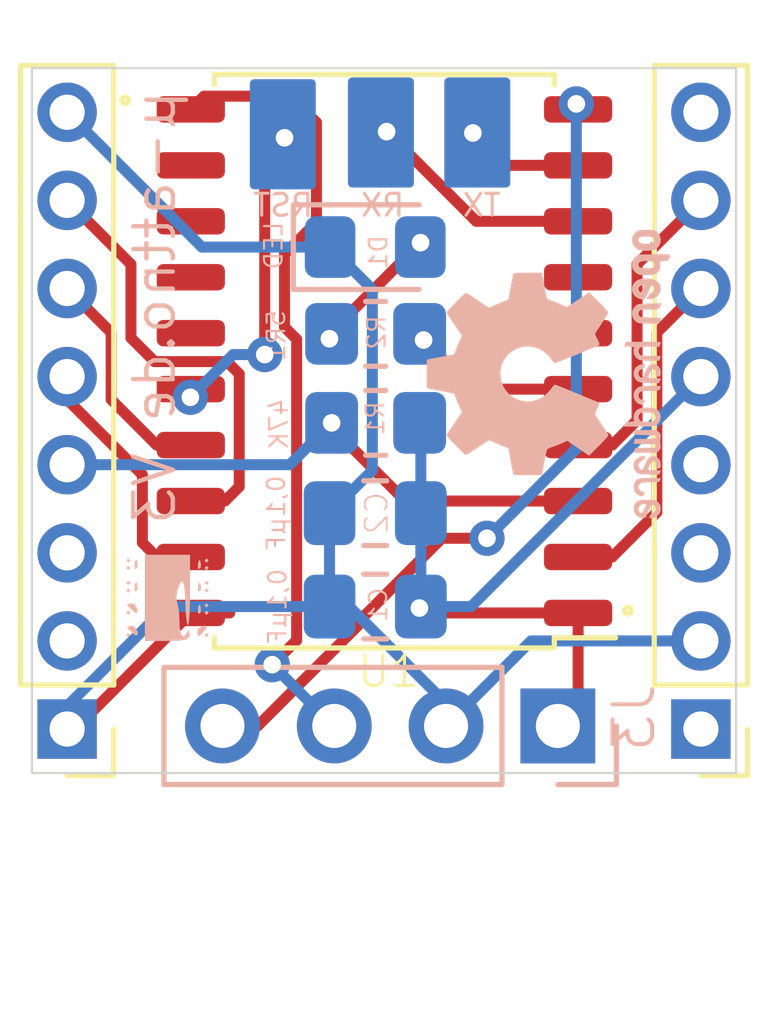
<source format=kicad_pcb>
(kicad_pcb (version 20171130) (host pcbnew "(5.1.8)-1")

  (general
    (thickness 1.6)
    (drawings 10)
    (tracks 103)
    (zones 0)
    (modules 14)
    (nets 16)
  )

  (page A4)
  (layers
    (0 F.Cu signal)
    (31 B.Cu signal)
    (32 B.Adhes user)
    (33 F.Adhes user)
    (34 B.Paste user)
    (35 F.Paste user)
    (36 B.SilkS user)
    (37 F.SilkS user)
    (38 B.Mask user)
    (39 F.Mask user)
    (40 Dwgs.User user)
    (41 Cmts.User user)
    (42 Eco1.User user)
    (43 Eco2.User user)
    (44 Edge.Cuts user)
    (45 Margin user)
    (46 B.CrtYd user)
    (47 F.CrtYd user)
    (48 B.Fab user)
    (49 F.Fab user)
  )

  (setup
    (last_trace_width 0.25)
    (trace_clearance 0.2)
    (zone_clearance 0.508)
    (zone_45_only no)
    (trace_min 0.2)
    (via_size 0.8)
    (via_drill 0.4)
    (via_min_size 0.4)
    (via_min_drill 0.3)
    (uvia_size 0.3)
    (uvia_drill 0.1)
    (uvias_allowed no)
    (uvia_min_size 0.2)
    (uvia_min_drill 0.1)
    (edge_width 0.05)
    (segment_width 0.2)
    (pcb_text_width 0.3)
    (pcb_text_size 1.5 1.5)
    (mod_edge_width 0.12)
    (mod_text_size 1 1)
    (mod_text_width 0.15)
    (pad_size 1 1)
    (pad_drill 0)
    (pad_to_mask_clearance 0)
    (aux_axis_origin 0 0)
    (visible_elements 7FFFFFFF)
    (pcbplotparams
      (layerselection 0x010fc_ffffffff)
      (usegerberextensions true)
      (usegerberattributes true)
      (usegerberadvancedattributes true)
      (creategerberjobfile true)
      (excludeedgelayer true)
      (linewidth 0.100000)
      (plotframeref false)
      (viasonmask false)
      (mode 1)
      (useauxorigin false)
      (hpglpennumber 1)
      (hpglpenspeed 20)
      (hpglpendiameter 15.000000)
      (psnegative false)
      (psa4output false)
      (plotreference true)
      (plotvalue true)
      (plotinvisibletext false)
      (padsonsilk false)
      (subtractmaskfromsilk false)
      (outputformat 1)
      (mirror false)
      (drillshape 0)
      (scaleselection 1)
      (outputdirectory "../gerber/"))
  )

  (net 0 "")
  (net 1 GND)
  (net 2 +3V3)
  (net 3 "Net-(D1-Pad2)")
  (net 4 SCK)
  (net 5 MOSI)
  (net 6 MISO)
  (net 7 RST)
  (net 8 NSS)
  (net 9 DIO0)
  (net 10 DIO1)
  (net 11 SCL)
  (net 12 SDA)
  (net 13 TX)
  (net 14 RX)
  (net 15 LED)

  (net_class Default "Dies ist die voreingestellte Netzklasse."
    (clearance 0.2)
    (trace_width 0.25)
    (via_dia 0.8)
    (via_drill 0.4)
    (uvia_dia 0.3)
    (uvia_drill 0.1)
    (add_net +3V3)
    (add_net DIO0)
    (add_net DIO1)
    (add_net GND)
    (add_net LED)
    (add_net MISO)
    (add_net MOSI)
    (add_net NSS)
    (add_net "Net-(D1-Pad2)")
    (add_net RST)
    (add_net RX)
    (add_net SCK)
    (add_net SCL)
    (add_net SDA)
    (add_net TX)
  )

  (module Symbol:OSHW-Logo2_7.3x6mm_SilkScreen (layer B.Cu) (tedit 0) (tstamp 6071342D)
    (at 61.73 56.94 270)
    (descr "Open Source Hardware Symbol")
    (tags "Logo Symbol OSHW")
    (attr virtual)
    (fp_text reference REF** (at 0 0 270) (layer B.SilkS) hide
      (effects (font (size 1 1) (thickness 0.15)) (justify mirror))
    )
    (fp_text value OSHW-Logo2_7.3x6mm_SilkScreen (at 0.75 0 270) (layer B.Fab) hide
      (effects (font (size 1 1) (thickness 0.15)) (justify mirror))
    )
    (fp_poly (pts (xy 0.10391 2.757652) (xy 0.182454 2.757222) (xy 0.239298 2.756058) (xy 0.278105 2.753793)
      (xy 0.302538 2.75006) (xy 0.316262 2.744494) (xy 0.32294 2.736727) (xy 0.326236 2.726395)
      (xy 0.326556 2.725057) (xy 0.331562 2.700921) (xy 0.340829 2.653299) (xy 0.353392 2.587259)
      (xy 0.368287 2.507872) (xy 0.384551 2.420204) (xy 0.385119 2.417125) (xy 0.40141 2.331211)
      (xy 0.416652 2.255304) (xy 0.429861 2.193955) (xy 0.440054 2.151718) (xy 0.446248 2.133145)
      (xy 0.446543 2.132816) (xy 0.464788 2.123747) (xy 0.502405 2.108633) (xy 0.551271 2.090738)
      (xy 0.551543 2.090642) (xy 0.613093 2.067507) (xy 0.685657 2.038035) (xy 0.754057 2.008403)
      (xy 0.757294 2.006938) (xy 0.868702 1.956374) (xy 1.115399 2.12484) (xy 1.191077 2.176197)
      (xy 1.259631 2.222111) (xy 1.317088 2.25997) (xy 1.359476 2.287163) (xy 1.382825 2.301079)
      (xy 1.385042 2.302111) (xy 1.40201 2.297516) (xy 1.433701 2.275345) (xy 1.481352 2.234553)
      (xy 1.546198 2.174095) (xy 1.612397 2.109773) (xy 1.676214 2.046388) (xy 1.733329 1.988549)
      (xy 1.780305 1.939825) (xy 1.813703 1.90379) (xy 1.830085 1.884016) (xy 1.830694 1.882998)
      (xy 1.832505 1.869428) (xy 1.825683 1.847267) (xy 1.80854 1.813522) (xy 1.779393 1.7652)
      (xy 1.736555 1.699308) (xy 1.679448 1.614483) (xy 1.628766 1.539823) (xy 1.583461 1.47286)
      (xy 1.54615 1.417484) (xy 1.519452 1.37758) (xy 1.505985 1.357038) (xy 1.505137 1.355644)
      (xy 1.506781 1.335962) (xy 1.519245 1.297707) (xy 1.540048 1.248111) (xy 1.547462 1.232272)
      (xy 1.579814 1.16171) (xy 1.614328 1.081647) (xy 1.642365 1.012371) (xy 1.662568 0.960955)
      (xy 1.678615 0.921881) (xy 1.687888 0.901459) (xy 1.689041 0.899886) (xy 1.706096 0.897279)
      (xy 1.746298 0.890137) (xy 1.804302 0.879477) (xy 1.874763 0.866315) (xy 1.952335 0.851667)
      (xy 2.031672 0.836551) (xy 2.107431 0.821982) (xy 2.174264 0.808978) (xy 2.226828 0.798555)
      (xy 2.259776 0.79173) (xy 2.267857 0.789801) (xy 2.276205 0.785038) (xy 2.282506 0.774282)
      (xy 2.287045 0.753902) (xy 2.290104 0.720266) (xy 2.291967 0.669745) (xy 2.292918 0.598708)
      (xy 2.29324 0.503524) (xy 2.293257 0.464508) (xy 2.293257 0.147201) (xy 2.217057 0.132161)
      (xy 2.174663 0.124005) (xy 2.1114 0.112101) (xy 2.034962 0.097884) (xy 1.953043 0.08279)
      (xy 1.9304 0.078645) (xy 1.854806 0.063947) (xy 1.788953 0.049495) (xy 1.738366 0.036625)
      (xy 1.708574 0.026678) (xy 1.703612 0.023713) (xy 1.691426 0.002717) (xy 1.673953 -0.037967)
      (xy 1.654577 -0.090322) (xy 1.650734 -0.1016) (xy 1.625339 -0.171523) (xy 1.593817 -0.250418)
      (xy 1.562969 -0.321266) (xy 1.562817 -0.321595) (xy 1.511447 -0.432733) (xy 1.680399 -0.681253)
      (xy 1.849352 -0.929772) (xy 1.632429 -1.147058) (xy 1.566819 -1.211726) (xy 1.506979 -1.268733)
      (xy 1.456267 -1.315033) (xy 1.418046 -1.347584) (xy 1.395675 -1.363343) (xy 1.392466 -1.364343)
      (xy 1.373626 -1.356469) (xy 1.33518 -1.334578) (xy 1.28133 -1.301267) (xy 1.216276 -1.259131)
      (xy 1.14594 -1.211943) (xy 1.074555 -1.16381) (xy 1.010908 -1.121928) (xy 0.959041 -1.088871)
      (xy 0.922995 -1.067218) (xy 0.906867 -1.059543) (xy 0.887189 -1.066037) (xy 0.849875 -1.08315)
      (xy 0.802621 -1.107326) (xy 0.797612 -1.110013) (xy 0.733977 -1.141927) (xy 0.690341 -1.157579)
      (xy 0.663202 -1.157745) (xy 0.649057 -1.143204) (xy 0.648975 -1.143) (xy 0.641905 -1.125779)
      (xy 0.625042 -1.084899) (xy 0.599695 -1.023525) (xy 0.567171 -0.944819) (xy 0.528778 -0.851947)
      (xy 0.485822 -0.748072) (xy 0.444222 -0.647502) (xy 0.398504 -0.536516) (xy 0.356526 -0.433703)
      (xy 0.319548 -0.342215) (xy 0.288827 -0.265201) (xy 0.265622 -0.205815) (xy 0.25119 -0.167209)
      (xy 0.246743 -0.1528) (xy 0.257896 -0.136272) (xy 0.287069 -0.10993) (xy 0.325971 -0.080887)
      (xy 0.436757 0.010961) (xy 0.523351 0.116241) (xy 0.584716 0.232734) (xy 0.619815 0.358224)
      (xy 0.627608 0.490493) (xy 0.621943 0.551543) (xy 0.591078 0.678205) (xy 0.53792 0.790059)
      (xy 0.465767 0.885999) (xy 0.377917 0.964924) (xy 0.277665 1.02573) (xy 0.16831 1.067313)
      (xy 0.053147 1.088572) (xy -0.064525 1.088401) (xy -0.18141 1.065699) (xy -0.294211 1.019362)
      (xy -0.399631 0.948287) (xy -0.443632 0.908089) (xy -0.528021 0.804871) (xy -0.586778 0.692075)
      (xy -0.620296 0.57299) (xy -0.628965 0.450905) (xy -0.613177 0.329107) (xy -0.573322 0.210884)
      (xy -0.509793 0.099525) (xy -0.422979 -0.001684) (xy -0.325971 -0.080887) (xy -0.285563 -0.111162)
      (xy -0.257018 -0.137219) (xy -0.246743 -0.152825) (xy -0.252123 -0.169843) (xy -0.267425 -0.2105)
      (xy -0.291388 -0.271642) (xy -0.322756 -0.350119) (xy -0.360268 -0.44278) (xy -0.402667 -0.546472)
      (xy -0.444337 -0.647526) (xy -0.49031 -0.758607) (xy -0.532893 -0.861541) (xy -0.570779 -0.953165)
      (xy -0.60266 -1.030316) (xy -0.627229 -1.089831) (xy -0.64318 -1.128544) (xy -0.64909 -1.143)
      (xy -0.663052 -1.157685) (xy -0.69006 -1.157642) (xy -0.733587 -1.142099) (xy -0.79711 -1.110284)
      (xy -0.797612 -1.110013) (xy -0.84544 -1.085323) (xy -0.884103 -1.067338) (xy -0.905905 -1.059614)
      (xy -0.906867 -1.059543) (xy -0.923279 -1.067378) (xy -0.959513 -1.089165) (xy -1.011526 -1.122328)
      (xy -1.075275 -1.164291) (xy -1.14594 -1.211943) (xy -1.217884 -1.260191) (xy -1.282726 -1.302151)
      (xy -1.336265 -1.335227) (xy -1.374303 -1.356821) (xy -1.392467 -1.364343) (xy -1.409192 -1.354457)
      (xy -1.44282 -1.326826) (xy -1.48999 -1.284495) (xy -1.547342 -1.230505) (xy -1.611516 -1.167899)
      (xy -1.632503 -1.146983) (xy -1.849501 -0.929623) (xy -1.684332 -0.68722) (xy -1.634136 -0.612781)
      (xy -1.590081 -0.545972) (xy -1.554638 -0.490665) (xy -1.530281 -0.450729) (xy -1.519478 -0.430036)
      (xy -1.519162 -0.428563) (xy -1.524857 -0.409058) (xy -1.540174 -0.369822) (xy -1.562463 -0.31743)
      (xy -1.578107 -0.282355) (xy -1.607359 -0.215201) (xy -1.634906 -0.147358) (xy -1.656263 -0.090034)
      (xy -1.662065 -0.072572) (xy -1.678548 -0.025938) (xy -1.69466 0.010095) (xy -1.70351 0.023713)
      (xy -1.72304 0.032048) (xy -1.765666 0.043863) (xy -1.825855 0.057819) (xy -1.898078 0.072578)
      (xy -1.9304 0.078645) (xy -2.012478 0.093727) (xy -2.091205 0.108331) (xy -2.158891 0.12102)
      (xy -2.20784 0.130358) (xy -2.217057 0.132161) (xy -2.293257 0.147201) (xy -2.293257 0.464508)
      (xy -2.293086 0.568846) (xy -2.292384 0.647787) (xy -2.290866 0.704962) (xy -2.288251 0.744001)
      (xy -2.284254 0.768535) (xy -2.278591 0.782195) (xy -2.27098 0.788611) (xy -2.267857 0.789801)
      (xy -2.249022 0.79402) (xy -2.207412 0.802438) (xy -2.14837 0.814039) (xy -2.077243 0.827805)
      (xy -1.999375 0.84272) (xy -1.920113 0.857768) (xy -1.844802 0.871931) (xy -1.778787 0.884194)
      (xy -1.727413 0.893539) (xy -1.696025 0.89895) (xy -1.689041 0.899886) (xy -1.682715 0.912404)
      (xy -1.66871 0.945754) (xy -1.649645 0.993623) (xy -1.642366 1.012371) (xy -1.613004 1.084805)
      (xy -1.578429 1.16483) (xy -1.547463 1.232272) (xy -1.524677 1.283841) (xy -1.509518 1.326215)
      (xy -1.504458 1.352166) (xy -1.505264 1.355644) (xy -1.515959 1.372064) (xy -1.54038 1.408583)
      (xy -1.575905 1.461313) (xy -1.619913 1.526365) (xy -1.669783 1.599849) (xy -1.679644 1.614355)
      (xy -1.737508 1.700296) (xy -1.780044 1.765739) (xy -1.808946 1.813696) (xy -1.82591 1.84718)
      (xy -1.832633 1.869205) (xy -1.83081 1.882783) (xy -1.830764 1.882869) (xy -1.816414 1.900703)
      (xy -1.784677 1.935183) (xy -1.73899 1.982732) (xy -1.682796 2.039778) (xy -1.619532 2.102745)
      (xy -1.612398 2.109773) (xy -1.53267 2.18698) (xy -1.471143 2.24367) (xy -1.426579 2.28089)
      (xy -1.397743 2.299685) (xy -1.385042 2.302111) (xy -1.366506 2.291529) (xy -1.328039 2.267084)
      (xy -1.273614 2.231388) (xy -1.207202 2.187053) (xy -1.132775 2.136689) (xy -1.115399 2.12484)
      (xy -0.868703 1.956374) (xy -0.757294 2.006938) (xy -0.689543 2.036405) (xy -0.616817 2.066041)
      (xy -0.554297 2.08967) (xy -0.551543 2.090642) (xy -0.50264 2.108543) (xy -0.464943 2.12368)
      (xy -0.446575 2.13279) (xy -0.446544 2.132816) (xy -0.440715 2.149283) (xy -0.430808 2.189781)
      (xy -0.417805 2.249758) (xy -0.402691 2.32466) (xy -0.386448 2.409936) (xy -0.385119 2.417125)
      (xy -0.368825 2.504986) (xy -0.353867 2.58474) (xy -0.341209 2.651319) (xy -0.331814 2.699653)
      (xy -0.326646 2.724675) (xy -0.326556 2.725057) (xy -0.323411 2.735701) (xy -0.317296 2.743738)
      (xy -0.304547 2.749533) (xy -0.2815 2.753453) (xy -0.244491 2.755865) (xy -0.189856 2.757135)
      (xy -0.113933 2.757629) (xy -0.013056 2.757714) (xy 0 2.757714) (xy 0.10391 2.757652)) (layer B.SilkS) (width 0.01))
    (fp_poly (pts (xy 3.153595 -1.966966) (xy 3.211021 -2.004497) (xy 3.238719 -2.038096) (xy 3.260662 -2.099064)
      (xy 3.262405 -2.147308) (xy 3.258457 -2.211816) (xy 3.109686 -2.276934) (xy 3.037349 -2.310202)
      (xy 2.990084 -2.336964) (xy 2.965507 -2.360144) (xy 2.961237 -2.382667) (xy 2.974889 -2.407455)
      (xy 2.989943 -2.423886) (xy 3.033746 -2.450235) (xy 3.081389 -2.452081) (xy 3.125145 -2.431546)
      (xy 3.157289 -2.390752) (xy 3.163038 -2.376347) (xy 3.190576 -2.331356) (xy 3.222258 -2.312182)
      (xy 3.265714 -2.295779) (xy 3.265714 -2.357966) (xy 3.261872 -2.400283) (xy 3.246823 -2.435969)
      (xy 3.21528 -2.476943) (xy 3.210592 -2.482267) (xy 3.175506 -2.51872) (xy 3.145347 -2.538283)
      (xy 3.107615 -2.547283) (xy 3.076335 -2.55023) (xy 3.020385 -2.550965) (xy 2.980555 -2.54166)
      (xy 2.955708 -2.527846) (xy 2.916656 -2.497467) (xy 2.889625 -2.464613) (xy 2.872517 -2.423294)
      (xy 2.863238 -2.367521) (xy 2.859693 -2.291305) (xy 2.85941 -2.252622) (xy 2.860372 -2.206247)
      (xy 2.948007 -2.206247) (xy 2.949023 -2.231126) (xy 2.951556 -2.2352) (xy 2.968274 -2.229665)
      (xy 3.004249 -2.215017) (xy 3.052331 -2.19419) (xy 3.062386 -2.189714) (xy 3.123152 -2.158814)
      (xy 3.156632 -2.131657) (xy 3.16399 -2.10622) (xy 3.146391 -2.080481) (xy 3.131856 -2.069109)
      (xy 3.07941 -2.046364) (xy 3.030322 -2.050122) (xy 2.989227 -2.077884) (xy 2.960758 -2.127152)
      (xy 2.951631 -2.166257) (xy 2.948007 -2.206247) (xy 2.860372 -2.206247) (xy 2.861285 -2.162249)
      (xy 2.868196 -2.095384) (xy 2.881884 -2.046695) (xy 2.904096 -2.010849) (xy 2.936574 -1.982513)
      (xy 2.950733 -1.973355) (xy 3.015053 -1.949507) (xy 3.085473 -1.948006) (xy 3.153595 -1.966966)) (layer B.SilkS) (width 0.01))
    (fp_poly (pts (xy 2.6526 -1.958752) (xy 2.669948 -1.966334) (xy 2.711356 -1.999128) (xy 2.746765 -2.046547)
      (xy 2.768664 -2.097151) (xy 2.772229 -2.122098) (xy 2.760279 -2.156927) (xy 2.734067 -2.175357)
      (xy 2.705964 -2.186516) (xy 2.693095 -2.188572) (xy 2.686829 -2.173649) (xy 2.674456 -2.141175)
      (xy 2.669028 -2.126502) (xy 2.63859 -2.075744) (xy 2.59452 -2.050427) (xy 2.53801 -2.051206)
      (xy 2.533825 -2.052203) (xy 2.503655 -2.066507) (xy 2.481476 -2.094393) (xy 2.466327 -2.139287)
      (xy 2.45725 -2.204615) (xy 2.453286 -2.293804) (xy 2.452914 -2.341261) (xy 2.45273 -2.416071)
      (xy 2.451522 -2.467069) (xy 2.448309 -2.499471) (xy 2.442109 -2.518495) (xy 2.43194 -2.529356)
      (xy 2.416819 -2.537272) (xy 2.415946 -2.53767) (xy 2.386828 -2.549981) (xy 2.372403 -2.554514)
      (xy 2.370186 -2.540809) (xy 2.368289 -2.502925) (xy 2.366847 -2.445715) (xy 2.365998 -2.374027)
      (xy 2.365829 -2.321565) (xy 2.366692 -2.220047) (xy 2.37007 -2.143032) (xy 2.377142 -2.086023)
      (xy 2.389088 -2.044526) (xy 2.40709 -2.014043) (xy 2.432327 -1.99008) (xy 2.457247 -1.973355)
      (xy 2.517171 -1.951097) (xy 2.586911 -1.946076) (xy 2.6526 -1.958752)) (layer B.SilkS) (width 0.01))
    (fp_poly (pts (xy 2.144876 -1.956335) (xy 2.186667 -1.975344) (xy 2.219469 -1.998378) (xy 2.243503 -2.024133)
      (xy 2.260097 -2.057358) (xy 2.270577 -2.1028) (xy 2.276271 -2.165207) (xy 2.278507 -2.249327)
      (xy 2.278743 -2.304721) (xy 2.278743 -2.520826) (xy 2.241774 -2.53767) (xy 2.212656 -2.549981)
      (xy 2.198231 -2.554514) (xy 2.195472 -2.541025) (xy 2.193282 -2.504653) (xy 2.191942 -2.451542)
      (xy 2.191657 -2.409372) (xy 2.190434 -2.348447) (xy 2.187136 -2.300115) (xy 2.182321 -2.270518)
      (xy 2.178496 -2.264229) (xy 2.152783 -2.270652) (xy 2.112418 -2.287125) (xy 2.065679 -2.309458)
      (xy 2.020845 -2.333457) (xy 1.986193 -2.35493) (xy 1.970002 -2.369685) (xy 1.969938 -2.369845)
      (xy 1.97133 -2.397152) (xy 1.983818 -2.423219) (xy 2.005743 -2.444392) (xy 2.037743 -2.451474)
      (xy 2.065092 -2.450649) (xy 2.103826 -2.450042) (xy 2.124158 -2.459116) (xy 2.136369 -2.483092)
      (xy 2.137909 -2.487613) (xy 2.143203 -2.521806) (xy 2.129047 -2.542568) (xy 2.092148 -2.552462)
      (xy 2.052289 -2.554292) (xy 1.980562 -2.540727) (xy 1.943432 -2.521355) (xy 1.897576 -2.475845)
      (xy 1.873256 -2.419983) (xy 1.871073 -2.360957) (xy 1.891629 -2.305953) (xy 1.922549 -2.271486)
      (xy 1.95342 -2.252189) (xy 2.001942 -2.227759) (xy 2.058485 -2.202985) (xy 2.06791 -2.199199)
      (xy 2.130019 -2.171791) (xy 2.165822 -2.147634) (xy 2.177337 -2.123619) (xy 2.16658 -2.096635)
      (xy 2.148114 -2.075543) (xy 2.104469 -2.049572) (xy 2.056446 -2.047624) (xy 2.012406 -2.067637)
      (xy 1.980709 -2.107551) (xy 1.976549 -2.117848) (xy 1.952327 -2.155724) (xy 1.916965 -2.183842)
      (xy 1.872343 -2.206917) (xy 1.872343 -2.141485) (xy 1.874969 -2.101506) (xy 1.88623 -2.069997)
      (xy 1.911199 -2.036378) (xy 1.935169 -2.010484) (xy 1.972441 -1.973817) (xy 2.001401 -1.954121)
      (xy 2.032505 -1.94622) (xy 2.067713 -1.944914) (xy 2.144876 -1.956335)) (layer B.SilkS) (width 0.01))
    (fp_poly (pts (xy 1.779833 -1.958663) (xy 1.782048 -1.99685) (xy 1.783784 -2.054886) (xy 1.784899 -2.12818)
      (xy 1.785257 -2.205055) (xy 1.785257 -2.465196) (xy 1.739326 -2.511127) (xy 1.707675 -2.539429)
      (xy 1.67989 -2.550893) (xy 1.641915 -2.550168) (xy 1.62684 -2.548321) (xy 1.579726 -2.542948)
      (xy 1.540756 -2.539869) (xy 1.531257 -2.539585) (xy 1.499233 -2.541445) (xy 1.453432 -2.546114)
      (xy 1.435674 -2.548321) (xy 1.392057 -2.551735) (xy 1.362745 -2.54432) (xy 1.33368 -2.521427)
      (xy 1.323188 -2.511127) (xy 1.277257 -2.465196) (xy 1.277257 -1.978602) (xy 1.314226 -1.961758)
      (xy 1.346059 -1.949282) (xy 1.364683 -1.944914) (xy 1.369458 -1.958718) (xy 1.373921 -1.997286)
      (xy 1.377775 -2.056356) (xy 1.380722 -2.131663) (xy 1.382143 -2.195286) (xy 1.386114 -2.445657)
      (xy 1.420759 -2.450556) (xy 1.452268 -2.447131) (xy 1.467708 -2.436041) (xy 1.472023 -2.415308)
      (xy 1.475708 -2.371145) (xy 1.478469 -2.309146) (xy 1.480012 -2.234909) (xy 1.480235 -2.196706)
      (xy 1.480457 -1.976783) (xy 1.526166 -1.960849) (xy 1.558518 -1.950015) (xy 1.576115 -1.944962)
      (xy 1.576623 -1.944914) (xy 1.578388 -1.958648) (xy 1.580329 -1.99673) (xy 1.582282 -2.054482)
      (xy 1.584084 -2.127227) (xy 1.585343 -2.195286) (xy 1.589314 -2.445657) (xy 1.6764 -2.445657)
      (xy 1.680396 -2.21724) (xy 1.684392 -1.988822) (xy 1.726847 -1.966868) (xy 1.758192 -1.951793)
      (xy 1.776744 -1.944951) (xy 1.777279 -1.944914) (xy 1.779833 -1.958663)) (layer B.SilkS) (width 0.01))
    (fp_poly (pts (xy 1.190117 -2.065358) (xy 1.189933 -2.173837) (xy 1.189219 -2.257287) (xy 1.187675 -2.319704)
      (xy 1.185001 -2.365085) (xy 1.180894 -2.397429) (xy 1.175055 -2.420733) (xy 1.167182 -2.438995)
      (xy 1.161221 -2.449418) (xy 1.111855 -2.505945) (xy 1.049264 -2.541377) (xy 0.980013 -2.55409)
      (xy 0.910668 -2.542463) (xy 0.869375 -2.521568) (xy 0.826025 -2.485422) (xy 0.796481 -2.441276)
      (xy 0.778655 -2.383462) (xy 0.770463 -2.306313) (xy 0.769302 -2.249714) (xy 0.769458 -2.245647)
      (xy 0.870857 -2.245647) (xy 0.871476 -2.31055) (xy 0.874314 -2.353514) (xy 0.88084 -2.381622)
      (xy 0.892523 -2.401953) (xy 0.906483 -2.417288) (xy 0.953365 -2.44689) (xy 1.003701 -2.449419)
      (xy 1.051276 -2.424705) (xy 1.054979 -2.421356) (xy 1.070783 -2.403935) (xy 1.080693 -2.383209)
      (xy 1.086058 -2.352362) (xy 1.088228 -2.304577) (xy 1.088571 -2.251748) (xy 1.087827 -2.185381)
      (xy 1.084748 -2.141106) (xy 1.078061 -2.112009) (xy 1.066496 -2.091173) (xy 1.057013 -2.080107)
      (xy 1.01296 -2.052198) (xy 0.962224 -2.048843) (xy 0.913796 -2.070159) (xy 0.90445 -2.078073)
      (xy 0.88854 -2.095647) (xy 0.87861 -2.116587) (xy 0.873278 -2.147782) (xy 0.871163 -2.196122)
      (xy 0.870857 -2.245647) (xy 0.769458 -2.245647) (xy 0.77281 -2.158568) (xy 0.784726 -2.090086)
      (xy 0.807135 -2.0386) (xy 0.842124 -1.998443) (xy 0.869375 -1.977861) (xy 0.918907 -1.955625)
      (xy 0.976316 -1.945304) (xy 1.029682 -1.948067) (xy 1.059543 -1.959212) (xy 1.071261 -1.962383)
      (xy 1.079037 -1.950557) (xy 1.084465 -1.918866) (xy 1.088571 -1.870593) (xy 1.093067 -1.816829)
      (xy 1.099313 -1.784482) (xy 1.110676 -1.765985) (xy 1.130528 -1.75377) (xy 1.143 -1.748362)
      (xy 1.190171 -1.728601) (xy 1.190117 -2.065358)) (layer B.SilkS) (width 0.01))
    (fp_poly (pts (xy 0.529926 -1.949755) (xy 0.595858 -1.974084) (xy 0.649273 -2.017117) (xy 0.670164 -2.047409)
      (xy 0.692939 -2.102994) (xy 0.692466 -2.143186) (xy 0.668562 -2.170217) (xy 0.659717 -2.174813)
      (xy 0.62153 -2.189144) (xy 0.602028 -2.185472) (xy 0.595422 -2.161407) (xy 0.595086 -2.148114)
      (xy 0.582992 -2.09921) (xy 0.551471 -2.064999) (xy 0.507659 -2.048476) (xy 0.458695 -2.052634)
      (xy 0.418894 -2.074227) (xy 0.40545 -2.086544) (xy 0.395921 -2.101487) (xy 0.389485 -2.124075)
      (xy 0.385317 -2.159328) (xy 0.382597 -2.212266) (xy 0.380502 -2.287907) (xy 0.37996 -2.311857)
      (xy 0.377981 -2.39379) (xy 0.375731 -2.451455) (xy 0.372357 -2.489608) (xy 0.367006 -2.513004)
      (xy 0.358824 -2.526398) (xy 0.346959 -2.534545) (xy 0.339362 -2.538144) (xy 0.307102 -2.550452)
      (xy 0.288111 -2.554514) (xy 0.281836 -2.540948) (xy 0.278006 -2.499934) (xy 0.2766 -2.430999)
      (xy 0.277598 -2.333669) (xy 0.277908 -2.318657) (xy 0.280101 -2.229859) (xy 0.282693 -2.165019)
      (xy 0.286382 -2.119067) (xy 0.291864 -2.086935) (xy 0.299835 -2.063553) (xy 0.310993 -2.043852)
      (xy 0.31683 -2.03541) (xy 0.350296 -1.998057) (xy 0.387727 -1.969003) (xy 0.392309 -1.966467)
      (xy 0.459426 -1.946443) (xy 0.529926 -1.949755)) (layer B.SilkS) (width 0.01))
    (fp_poly (pts (xy 0.039744 -1.950968) (xy 0.096616 -1.972087) (xy 0.097267 -1.972493) (xy 0.13244 -1.99838)
      (xy 0.158407 -2.028633) (xy 0.17667 -2.068058) (xy 0.188732 -2.121462) (xy 0.196096 -2.193651)
      (xy 0.200264 -2.289432) (xy 0.200629 -2.303078) (xy 0.205876 -2.508842) (xy 0.161716 -2.531678)
      (xy 0.129763 -2.54711) (xy 0.11047 -2.554423) (xy 0.109578 -2.554514) (xy 0.106239 -2.541022)
      (xy 0.103587 -2.504626) (xy 0.101956 -2.451452) (xy 0.1016 -2.408393) (xy 0.101592 -2.338641)
      (xy 0.098403 -2.294837) (xy 0.087288 -2.273944) (xy 0.063501 -2.272925) (xy 0.022296 -2.288741)
      (xy -0.039914 -2.317815) (xy -0.085659 -2.341963) (xy -0.109187 -2.362913) (xy -0.116104 -2.385747)
      (xy -0.116114 -2.386877) (xy -0.104701 -2.426212) (xy -0.070908 -2.447462) (xy -0.019191 -2.450539)
      (xy 0.018061 -2.450006) (xy 0.037703 -2.460735) (xy 0.049952 -2.486505) (xy 0.057002 -2.519337)
      (xy 0.046842 -2.537966) (xy 0.043017 -2.540632) (xy 0.007001 -2.55134) (xy -0.043434 -2.552856)
      (xy -0.095374 -2.545759) (xy -0.132178 -2.532788) (xy -0.183062 -2.489585) (xy -0.211986 -2.429446)
      (xy -0.217714 -2.382462) (xy -0.213343 -2.340082) (xy -0.197525 -2.305488) (xy -0.166203 -2.274763)
      (xy -0.115322 -2.24399) (xy -0.040824 -2.209252) (xy -0.036286 -2.207288) (xy 0.030821 -2.176287)
      (xy 0.072232 -2.150862) (xy 0.089981 -2.128014) (xy 0.086107 -2.104745) (xy 0.062643 -2.078056)
      (xy 0.055627 -2.071914) (xy 0.00863 -2.0481) (xy -0.040067 -2.049103) (xy -0.082478 -2.072451)
      (xy -0.110616 -2.115675) (xy -0.113231 -2.12416) (xy -0.138692 -2.165308) (xy -0.170999 -2.185128)
      (xy -0.217714 -2.20477) (xy -0.217714 -2.15395) (xy -0.203504 -2.080082) (xy -0.161325 -2.012327)
      (xy -0.139376 -1.989661) (xy -0.089483 -1.960569) (xy -0.026033 -1.9474) (xy 0.039744 -1.950968)) (layer B.SilkS) (width 0.01))
    (fp_poly (pts (xy -0.624114 -1.851289) (xy -0.619861 -1.910613) (xy -0.614975 -1.945572) (xy -0.608205 -1.96082)
      (xy -0.598298 -1.961015) (xy -0.595086 -1.959195) (xy -0.552356 -1.946015) (xy -0.496773 -1.946785)
      (xy -0.440263 -1.960333) (xy -0.404918 -1.977861) (xy -0.368679 -2.005861) (xy -0.342187 -2.037549)
      (xy -0.324001 -2.077813) (xy -0.312678 -2.131543) (xy -0.306778 -2.203626) (xy -0.304857 -2.298951)
      (xy -0.304823 -2.317237) (xy -0.3048 -2.522646) (xy -0.350509 -2.53858) (xy -0.382973 -2.54942)
      (xy -0.400785 -2.554468) (xy -0.401309 -2.554514) (xy -0.403063 -2.540828) (xy -0.404556 -2.503076)
      (xy -0.405674 -2.446224) (xy -0.406303 -2.375234) (xy -0.4064 -2.332073) (xy -0.406602 -2.246973)
      (xy -0.407642 -2.185981) (xy -0.410169 -2.144177) (xy -0.414836 -2.116642) (xy -0.422293 -2.098456)
      (xy -0.433189 -2.084698) (xy -0.439993 -2.078073) (xy -0.486728 -2.051375) (xy -0.537728 -2.049375)
      (xy -0.583999 -2.071955) (xy -0.592556 -2.080107) (xy -0.605107 -2.095436) (xy -0.613812 -2.113618)
      (xy -0.619369 -2.139909) (xy -0.622474 -2.179562) (xy -0.623824 -2.237832) (xy -0.624114 -2.318173)
      (xy -0.624114 -2.522646) (xy -0.669823 -2.53858) (xy -0.702287 -2.54942) (xy -0.720099 -2.554468)
      (xy -0.720623 -2.554514) (xy -0.721963 -2.540623) (xy -0.723172 -2.501439) (xy -0.724199 -2.4407)
      (xy -0.724998 -2.362141) (xy -0.725519 -2.269498) (xy -0.725714 -2.166509) (xy -0.725714 -1.769342)
      (xy -0.678543 -1.749444) (xy -0.631371 -1.729547) (xy -0.624114 -1.851289)) (layer B.SilkS) (width 0.01))
    (fp_poly (pts (xy -1.831697 -1.931239) (xy -1.774473 -1.969735) (xy -1.730251 -2.025335) (xy -1.703833 -2.096086)
      (xy -1.69849 -2.148162) (xy -1.699097 -2.169893) (xy -1.704178 -2.186531) (xy -1.718145 -2.201437)
      (xy -1.745411 -2.217973) (xy -1.790388 -2.239498) (xy -1.857489 -2.269374) (xy -1.857829 -2.269524)
      (xy -1.919593 -2.297813) (xy -1.970241 -2.322933) (xy -2.004596 -2.342179) (xy -2.017482 -2.352848)
      (xy -2.017486 -2.352934) (xy -2.006128 -2.376166) (xy -1.979569 -2.401774) (xy -1.949077 -2.420221)
      (xy -1.93363 -2.423886) (xy -1.891485 -2.411212) (xy -1.855192 -2.379471) (xy -1.837483 -2.344572)
      (xy -1.820448 -2.318845) (xy -1.787078 -2.289546) (xy -1.747851 -2.264235) (xy -1.713244 -2.250471)
      (xy -1.706007 -2.249714) (xy -1.697861 -2.26216) (xy -1.69737 -2.293972) (xy -1.703357 -2.336866)
      (xy -1.714643 -2.382558) (xy -1.73005 -2.422761) (xy -1.730829 -2.424322) (xy -1.777196 -2.489062)
      (xy -1.837289 -2.533097) (xy -1.905535 -2.554711) (xy -1.976362 -2.552185) (xy -2.044196 -2.523804)
      (xy -2.047212 -2.521808) (xy -2.100573 -2.473448) (xy -2.13566 -2.410352) (xy -2.155078 -2.327387)
      (xy -2.157684 -2.304078) (xy -2.162299 -2.194055) (xy -2.156767 -2.142748) (xy -2.017486 -2.142748)
      (xy -2.015676 -2.174753) (xy -2.005778 -2.184093) (xy -1.981102 -2.177105) (xy -1.942205 -2.160587)
      (xy -1.898725 -2.139881) (xy -1.897644 -2.139333) (xy -1.860791 -2.119949) (xy -1.846 -2.107013)
      (xy -1.849647 -2.093451) (xy -1.865005 -2.075632) (xy -1.904077 -2.049845) (xy -1.946154 -2.04795)
      (xy -1.983897 -2.066717) (xy -2.009966 -2.102915) (xy -2.017486 -2.142748) (xy -2.156767 -2.142748)
      (xy -2.152806 -2.106027) (xy -2.12845 -2.036212) (xy -2.094544 -1.987302) (xy -2.033347 -1.937878)
      (xy -1.965937 -1.913359) (xy -1.89712 -1.911797) (xy -1.831697 -1.931239)) (layer B.SilkS) (width 0.01))
    (fp_poly (pts (xy -2.958885 -1.921962) (xy -2.890855 -1.957733) (xy -2.840649 -2.015301) (xy -2.822815 -2.052312)
      (xy -2.808937 -2.107882) (xy -2.801833 -2.178096) (xy -2.80116 -2.254727) (xy -2.806573 -2.329552)
      (xy -2.81773 -2.394342) (xy -2.834286 -2.440873) (xy -2.839374 -2.448887) (xy -2.899645 -2.508707)
      (xy -2.971231 -2.544535) (xy -3.048908 -2.55502) (xy -3.127452 -2.53881) (xy -3.149311 -2.529092)
      (xy -3.191878 -2.499143) (xy -3.229237 -2.459433) (xy -3.232768 -2.454397) (xy -3.247119 -2.430124)
      (xy -3.256606 -2.404178) (xy -3.26221 -2.370022) (xy -3.264914 -2.321119) (xy -3.265701 -2.250935)
      (xy -3.265714 -2.2352) (xy -3.265678 -2.230192) (xy -3.120571 -2.230192) (xy -3.119727 -2.29643)
      (xy -3.116404 -2.340386) (xy -3.109417 -2.368779) (xy -3.097584 -2.388325) (xy -3.091543 -2.394857)
      (xy -3.056814 -2.41968) (xy -3.023097 -2.418548) (xy -2.989005 -2.397016) (xy -2.968671 -2.374029)
      (xy -2.956629 -2.340478) (xy -2.949866 -2.287569) (xy -2.949402 -2.281399) (xy -2.948248 -2.185513)
      (xy -2.960312 -2.114299) (xy -2.98543 -2.068194) (xy -3.02344 -2.047635) (xy -3.037008 -2.046514)
      (xy -3.072636 -2.052152) (xy -3.097006 -2.071686) (xy -3.111907 -2.109042) (xy -3.119125 -2.16815)
      (xy -3.120571 -2.230192) (xy -3.265678 -2.230192) (xy -3.265174 -2.160413) (xy -3.262904 -2.108159)
      (xy -3.257932 -2.071949) (xy -3.249287 -2.045299) (xy -3.235995 -2.021722) (xy -3.233057 -2.017338)
      (xy -3.183687 -1.958249) (xy -3.129891 -1.923947) (xy -3.064398 -1.910331) (xy -3.042158 -1.909665)
      (xy -2.958885 -1.921962)) (layer B.SilkS) (width 0.01))
    (fp_poly (pts (xy -1.283907 -1.92778) (xy -1.237328 -1.954723) (xy -1.204943 -1.981466) (xy -1.181258 -2.009484)
      (xy -1.164941 -2.043748) (xy -1.154661 -2.089227) (xy -1.149086 -2.150892) (xy -1.146884 -2.233711)
      (xy -1.146629 -2.293246) (xy -1.146629 -2.512391) (xy -1.208314 -2.540044) (xy -1.27 -2.567697)
      (xy -1.277257 -2.32767) (xy -1.280256 -2.238028) (xy -1.283402 -2.172962) (xy -1.287299 -2.128026)
      (xy -1.292553 -2.09877) (xy -1.299769 -2.080748) (xy -1.30955 -2.069511) (xy -1.312688 -2.067079)
      (xy -1.360239 -2.048083) (xy -1.408303 -2.0556) (xy -1.436914 -2.075543) (xy -1.448553 -2.089675)
      (xy -1.456609 -2.10822) (xy -1.461729 -2.136334) (xy -1.464559 -2.179173) (xy -1.465744 -2.241895)
      (xy -1.465943 -2.307261) (xy -1.465982 -2.389268) (xy -1.467386 -2.447316) (xy -1.472086 -2.486465)
      (xy -1.482013 -2.51178) (xy -1.499097 -2.528323) (xy -1.525268 -2.541156) (xy -1.560225 -2.554491)
      (xy -1.598404 -2.569007) (xy -1.593859 -2.311389) (xy -1.592029 -2.218519) (xy -1.589888 -2.149889)
      (xy -1.586819 -2.100711) (xy -1.582206 -2.066198) (xy -1.575432 -2.041562) (xy -1.565881 -2.022016)
      (xy -1.554366 -2.00477) (xy -1.49881 -1.94968) (xy -1.43102 -1.917822) (xy -1.357287 -1.910191)
      (xy -1.283907 -1.92778)) (layer B.SilkS) (width 0.01))
    (fp_poly (pts (xy -2.400256 -1.919918) (xy -2.344799 -1.947568) (xy -2.295852 -1.99848) (xy -2.282371 -2.017338)
      (xy -2.267686 -2.042015) (xy -2.258158 -2.068816) (xy -2.252707 -2.104587) (xy -2.250253 -2.156169)
      (xy -2.249714 -2.224267) (xy -2.252148 -2.317588) (xy -2.260606 -2.387657) (xy -2.276826 -2.439931)
      (xy -2.302546 -2.479869) (xy -2.339503 -2.512929) (xy -2.342218 -2.514886) (xy -2.37864 -2.534908)
      (xy -2.422498 -2.544815) (xy -2.478276 -2.547257) (xy -2.568952 -2.547257) (xy -2.56899 -2.635283)
      (xy -2.569834 -2.684308) (xy -2.574976 -2.713065) (xy -2.588413 -2.730311) (xy -2.614142 -2.744808)
      (xy -2.620321 -2.747769) (xy -2.649236 -2.761648) (xy -2.671624 -2.770414) (xy -2.688271 -2.771171)
      (xy -2.699964 -2.761023) (xy -2.70749 -2.737073) (xy -2.711634 -2.696426) (xy -2.713185 -2.636186)
      (xy -2.712929 -2.553455) (xy -2.711651 -2.445339) (xy -2.711252 -2.413) (xy -2.709815 -2.301524)
      (xy -2.708528 -2.228603) (xy -2.569029 -2.228603) (xy -2.568245 -2.290499) (xy -2.56476 -2.330997)
      (xy -2.556876 -2.357708) (xy -2.542895 -2.378244) (xy -2.533403 -2.38826) (xy -2.494596 -2.417567)
      (xy -2.460237 -2.419952) (xy -2.424784 -2.39575) (xy -2.423886 -2.394857) (xy -2.409461 -2.376153)
      (xy -2.400687 -2.350732) (xy -2.396261 -2.311584) (xy -2.394882 -2.251697) (xy -2.394857 -2.23843)
      (xy -2.398188 -2.155901) (xy -2.409031 -2.098691) (xy -2.42866 -2.063766) (xy -2.45835 -2.048094)
      (xy -2.475509 -2.046514) (xy -2.516234 -2.053926) (xy -2.544168 -2.07833) (xy -2.560983 -2.12298)
      (xy -2.56835 -2.19113) (xy -2.569029 -2.228603) (xy -2.708528 -2.228603) (xy -2.708292 -2.215245)
      (xy -2.706323 -2.150333) (xy -2.70355 -2.102958) (xy -2.699612 -2.06929) (xy -2.694151 -2.045498)
      (xy -2.686808 -2.027753) (xy -2.677223 -2.012224) (xy -2.673113 -2.006381) (xy -2.618595 -1.951185)
      (xy -2.549664 -1.91989) (xy -2.469928 -1.911165) (xy -2.400256 -1.919918)) (layer B.SilkS) (width 0.01))
  )

  (module logos_attnode:attnode_logo_sml_silk (layer B.Cu) (tedit 0) (tstamp 60712FBD)
    (at 53.08 61.98 270)
    (fp_text reference G*** (at 0 0 270) (layer B.SilkS) hide
      (effects (font (size 1.524 1.524) (thickness 0.3)) (justify mirror))
    )
    (fp_text value LOGO (at 0.75 0 270) (layer B.SilkS) hide
      (effects (font (size 1.524 1.524) (thickness 0.3)) (justify mirror))
    )
    (fp_poly (pts (xy 0.931333 0.889) (xy 0.889 0.846666) (xy 0.846666 0.889) (xy 0.889 0.931333)
      (xy 0.931333 0.889)) (layer B.SilkS) (width 0.01))
    (fp_poly (pts (xy 0.423333 0.889) (xy 0.381 0.846666) (xy 0.338666 0.889) (xy 0.381 0.931333)
      (xy 0.423333 0.889)) (layer B.SilkS) (width 0.01))
    (fp_poly (pts (xy -0.084667 0.889) (xy -0.127 0.846666) (xy -0.169334 0.889) (xy -0.127 0.931333)
      (xy -0.084667 0.889)) (layer B.SilkS) (width 0.01))
    (fp_poly (pts (xy -0.254 0.889) (xy -0.296334 0.846666) (xy -0.338667 0.889) (xy -0.296334 0.931333)
      (xy -0.254 0.889)) (layer B.SilkS) (width 0.01))
    (fp_poly (pts (xy -0.592667 0.889) (xy -0.635 0.846666) (xy -0.677334 0.889) (xy -0.635 0.931333)
      (xy -0.592667 0.889)) (layer B.SilkS) (width 0.01))
    (fp_poly (pts (xy -0.762 0.889) (xy -0.804334 0.846666) (xy -0.846667 0.889) (xy -0.804334 0.931333)
      (xy -0.762 0.889)) (layer B.SilkS) (width 0.01))
    (fp_poly (pts (xy 0.743114 0.889) (xy 0.864488 0.756911) (xy 0.882929 0.740833) (xy 0.883665 0.688024)
      (xy 0.818444 0.677333) (xy 0.699513 0.746278) (xy 0.678629 0.8255) (xy 0.705784 0.91211)
      (xy 0.743114 0.889)) (layer B.SilkS) (width 0.01))
    (fp_poly (pts (xy 0.235114 0.889) (xy 0.356488 0.756911) (xy 0.374929 0.740833) (xy 0.375665 0.688024)
      (xy 0.310444 0.677333) (xy 0.191513 0.746278) (xy 0.170629 0.8255) (xy 0.197784 0.91211)
      (xy 0.235114 0.889)) (layer B.SilkS) (width 0.01))
    (fp_poly (pts (xy -0.107598 0.728486) (xy -0.132849 0.690004) (xy -0.218723 0.684017) (xy -0.309065 0.704695)
      (xy -0.269875 0.73517) (xy -0.137552 0.745264) (xy -0.107598 0.728486)) (layer B.SilkS) (width 0.01))
    (fp_poly (pts (xy -0.615598 0.728486) (xy -0.640849 0.690004) (xy -0.726723 0.684017) (xy -0.817065 0.704695)
      (xy -0.777876 0.73517) (xy -0.645552 0.745264) (xy -0.615598 0.728486)) (layer B.SilkS) (width 0.01))
    (fp_poly (pts (xy 1.016 0) (xy 1.008745 -0.285976) (xy 0.979782 -0.43952) (xy 0.918306 -0.497179)
      (xy 0.867833 -0.501316) (xy 0.7876 -0.479632) (xy 0.8255 -0.451927) (xy 0.93208 -0.375973)
      (xy 0.889882 -0.310734) (xy 0.719358 -0.272826) (xy 0.600554 -0.269179) (xy 0.364811 -0.258979)
      (xy 0.200393 -0.22797) (xy 0.181115 -0.218948) (xy 0.046243 -0.19659) (xy -0.136192 -0.223236)
      (xy -0.289189 -0.281088) (xy -0.338667 -0.339089) (xy -0.261976 -0.376191) (xy -0.063739 -0.402793)
      (xy 0.138048 -0.411515) (xy 0.406422 -0.422085) (xy 0.598806 -0.443382) (xy 0.660159 -0.462605)
      (xy 0.60174 -0.48185) (xy 0.407805 -0.497049) (xy 0.11216 -0.506216) (xy -0.112889 -0.508)
      (xy -0.931334 -0.508) (xy -0.931334 0.508) (xy 1.016 0.508) (xy 1.016 0)) (layer B.SilkS) (width 0.01))
    (fp_poly (pts (xy 0.400402 -0.710847) (xy 0.375151 -0.749329) (xy 0.289277 -0.755316) (xy 0.198935 -0.734639)
      (xy 0.238125 -0.704163) (xy 0.370448 -0.69407) (xy 0.400402 -0.710847)) (layer B.SilkS) (width 0.01))
    (fp_poly (pts (xy -0.107598 -0.710847) (xy -0.132849 -0.749329) (xy -0.218723 -0.755316) (xy -0.309065 -0.734639)
      (xy -0.269875 -0.704163) (xy -0.137552 -0.69407) (xy -0.107598 -0.710847)) (layer B.SilkS) (width 0.01))
    (fp_poly (pts (xy -0.615598 -0.710847) (xy -0.640849 -0.749329) (xy -0.726723 -0.755316) (xy -0.817065 -0.734639)
      (xy -0.777876 -0.704163) (xy -0.645552 -0.69407) (xy -0.615598 -0.710847)) (layer B.SilkS) (width 0.01))
    (fp_poly (pts (xy 0.931333 -0.889) (xy 0.889 -0.931334) (xy 0.846666 -0.889) (xy 0.889 -0.846667)
      (xy 0.931333 -0.889)) (layer B.SilkS) (width 0.01))
    (fp_poly (pts (xy 0.91211 -0.705785) (xy 0.889 -0.743115) (xy 0.75691 -0.864488) (xy 0.740833 -0.88293)
      (xy 0.688024 -0.883665) (xy 0.677333 -0.818445) (xy 0.746278 -0.699514) (xy 0.8255 -0.67863)
      (xy 0.91211 -0.705785)) (layer B.SilkS) (width 0.01))
    (fp_poly (pts (xy 0.423333 -0.889) (xy 0.381 -0.931334) (xy 0.338666 -0.889) (xy 0.381 -0.846667)
      (xy 0.423333 -0.889)) (layer B.SilkS) (width 0.01))
    (fp_poly (pts (xy 0.254 -0.889) (xy 0.211666 -0.931334) (xy 0.169333 -0.889) (xy 0.211666 -0.846667)
      (xy 0.254 -0.889)) (layer B.SilkS) (width 0.01))
    (fp_poly (pts (xy -0.084667 -0.889) (xy -0.127 -0.931334) (xy -0.169334 -0.889) (xy -0.127 -0.846667)
      (xy -0.084667 -0.889)) (layer B.SilkS) (width 0.01))
    (fp_poly (pts (xy -0.254 -0.889) (xy -0.296334 -0.931334) (xy -0.338667 -0.889) (xy -0.296334 -0.846667)
      (xy -0.254 -0.889)) (layer B.SilkS) (width 0.01))
    (fp_poly (pts (xy -0.592667 -0.889) (xy -0.635 -0.931334) (xy -0.677334 -0.889) (xy -0.635 -0.846667)
      (xy -0.592667 -0.889)) (layer B.SilkS) (width 0.01))
    (fp_poly (pts (xy -0.762 -0.889) (xy -0.804334 -0.931334) (xy -0.846667 -0.889) (xy -0.804334 -0.846667)
      (xy -0.762 -0.889)) (layer B.SilkS) (width 0.01))
  )

  (module pads:SolderWirePad_1x01_SMD_1.5x2.5mm (layer B.Cu) (tedit 60708E4E) (tstamp 6070F80D)
    (at 55.7 51.5 270)
    (path /60712676)
    (fp_text reference PRG1.1 (at 0 -0.5 270) (layer B.SilkS) hide
      (effects (font (size 1 1) (thickness 0.15)) (justify mirror))
    )
    (fp_text value Conn_01x01_Male (at 0.11 -1.85 270) (layer B.Fab) hide
      (effects (font (size 1 1) (thickness 0.15)) (justify mirror))
    )
    (pad 1 smd roundrect (at 0 0 270) (size 2.5 1.5) (layers B.Cu B.Paste B.Mask) (roundrect_rratio 0.067)
      (net 7 RST))
  )

  (module pads:SolderWirePad_1x01_SMD_1.5x2.5mm (layer B.Cu) (tedit 60708E4E) (tstamp 6070F812)
    (at 57.93 51.46 270)
    (path /60712F28)
    (fp_text reference PRG1.2 (at 0 -0.5 270) (layer B.SilkS) hide
      (effects (font (size 1 1) (thickness 0.15)) (justify mirror))
    )
    (fp_text value Conn_01x01_Male (at 0.11 -1.85 270) (layer B.Fab) hide
      (effects (font (size 1 1) (thickness 0.15)) (justify mirror))
    )
    (pad 1 smd roundrect (at 0 0 270) (size 2.5 1.5) (layers B.Cu B.Paste B.Mask) (roundrect_rratio 0.067)
      (net 14 RX))
  )

  (module pads:SolderWirePad_1x01_SMD_1.5x2.5mm (layer B.Cu) (tedit 60708E4E) (tstamp 6070F817)
    (at 60.12 51.46 270)
    (path /60713490)
    (fp_text reference PRG1.3 (at 0 -0.5 270) (layer B.SilkS) hide
      (effects (font (size 1 1) (thickness 0.15)) (justify mirror))
    )
    (fp_text value Conn_01x01_Male (at 0.11 -1.85 270) (layer B.Fab) hide
      (effects (font (size 1 1) (thickness 0.15)) (justify mirror))
    )
    (pad 1 smd roundrect (at 0 0 270) (size 2.5 1.5) (layers B.Cu B.Paste B.Mask) (roundrect_rratio 0.067)
      (net 13 TX))
  )

  (module Connector_PinHeader_2.54mm:PinHeader_1x04_P2.54mm_Vertical (layer B.Cu) (tedit 59FED5CC) (tstamp 6070CA43)
    (at 61.95 64.93 90)
    (descr "Through hole straight pin header, 1x04, 2.54mm pitch, single row")
    (tags "Through hole pin header THT 1x04 2.54mm single row")
    (path /6072C109)
    (fp_text reference J3 (at 0.19 1.73 -90) (layer B.SilkS)
      (effects (font (size 0.9 0.9) (thickness 0.09)) (justify mirror))
    )
    (fp_text value Conn_01x04_Male (at 0 -9.95 -90) (layer B.Fab)
      (effects (font (size 1 1) (thickness 0.15)) (justify mirror))
    )
    (fp_line (start -0.635 1.27) (end 1.27 1.27) (layer B.Fab) (width 0.1))
    (fp_line (start 1.27 1.27) (end 1.27 -8.89) (layer B.Fab) (width 0.1))
    (fp_line (start 1.27 -8.89) (end -1.27 -8.89) (layer B.Fab) (width 0.1))
    (fp_line (start -1.27 -8.89) (end -1.27 0.635) (layer B.Fab) (width 0.1))
    (fp_line (start -1.27 0.635) (end -0.635 1.27) (layer B.Fab) (width 0.1))
    (fp_line (start -1.33 -8.95) (end 1.33 -8.95) (layer B.SilkS) (width 0.12))
    (fp_line (start -1.33 -1.27) (end -1.33 -8.95) (layer B.SilkS) (width 0.12))
    (fp_line (start 1.33 -1.27) (end 1.33 -8.95) (layer B.SilkS) (width 0.12))
    (fp_line (start -1.33 -1.27) (end 1.33 -1.27) (layer B.SilkS) (width 0.12))
    (fp_line (start -1.33 0) (end -1.33 1.33) (layer B.SilkS) (width 0.12))
    (fp_line (start -1.33 1.33) (end 0 1.33) (layer B.SilkS) (width 0.12))
    (fp_line (start -1.8 1.8) (end -1.8 -9.4) (layer B.CrtYd) (width 0.05))
    (fp_line (start -1.8 -9.4) (end 1.8 -9.4) (layer B.CrtYd) (width 0.05))
    (fp_line (start 1.8 -9.4) (end 1.8 1.8) (layer B.CrtYd) (width 0.05))
    (fp_line (start 1.8 1.8) (end -1.8 1.8) (layer B.CrtYd) (width 0.05))
    (fp_text user %R (at 0 -3.81) (layer B.Fab)
      (effects (font (size 1 1) (thickness 0.15)) (justify mirror))
    )
    (pad 4 thru_hole oval (at 0 -7.62 90) (size 1.7 1.7) (drill 1) (layers *.Cu *.Mask)
      (net 12 SDA))
    (pad 3 thru_hole oval (at 0 -5.08 90) (size 1.7 1.7) (drill 1) (layers *.Cu *.Mask)
      (net 11 SCL))
    (pad 2 thru_hole oval (at 0 -2.54 90) (size 1.7 1.7) (drill 1) (layers *.Cu *.Mask)
      (net 1 GND))
    (pad 1 thru_hole rect (at 0 0 90) (size 1.7 1.7) (drill 1) (layers *.Cu *.Mask)
      (net 2 +3V3))
    (model ${KISYS3DMOD}/Connector_PinHeader_2.54mm.3dshapes/PinHeader_1x04_P2.54mm_Vertical.wrl
      (at (xyz 0 0 0))
      (scale (xyz 1 1 1))
      (rotate (xyz 0 0 0))
    )
  )

  (module ATTiny3216-SF:SOIC-20W_7.5x10.86mm_P1.27mm (layer F.Cu) (tedit 60707BDB) (tstamp 6070CAC4)
    (at 58.01 56.65 180)
    (descr "SOIC, 20 Pin (JEDEC MS-013AC, https://www.analog.com/media/en/package-pcb-resources/package/233848rw_20.pdf), generated with kicad-footprint-generator ipc_gullwing_generator.py")
    (tags "SOIC SO")
    (path /5E9FCA2B)
    (attr smd)
    (fp_text reference U1 (at -0.09 -7.04) (layer F.SilkS)
      (effects (font (size 0.7 0.7) (thickness 0.07)))
    )
    (fp_text value ATtiny3216-S (at 0 7.35) (layer F.Fab)
      (effects (font (size 1 1) (thickness 0.15)))
    )
    (fp_line (start 0 6.51) (end 3.86 6.51) (layer F.SilkS) (width 0.12))
    (fp_line (start 3.86 6.51) (end 3.86 6.275) (layer F.SilkS) (width 0.12))
    (fp_line (start 0 6.51) (end -3.86 6.51) (layer F.SilkS) (width 0.12))
    (fp_line (start -3.86 6.51) (end -3.86 6.275) (layer F.SilkS) (width 0.12))
    (fp_line (start 0 -6.51) (end 3.86 -6.51) (layer F.SilkS) (width 0.12))
    (fp_line (start 3.86 -6.51) (end 3.86 -6.275) (layer F.SilkS) (width 0.12))
    (fp_line (start 0 -6.51) (end -3.86 -6.51) (layer F.SilkS) (width 0.12))
    (fp_line (start -3.86 -6.51) (end -3.86 -6.275) (layer F.SilkS) (width 0.12))
    (fp_line (start -3.86 -6.28) (end -5.25 -6.28) (layer F.SilkS) (width 0.12))
    (fp_line (start -2.75 -6.4) (end 3.75 -6.4) (layer F.Fab) (width 0.1))
    (fp_line (start 3.75 -6.4) (end 3.75 6.4) (layer F.Fab) (width 0.1))
    (fp_line (start 3.75 6.4) (end -3.75 6.4) (layer F.Fab) (width 0.1))
    (fp_line (start -3.75 6.4) (end -3.75 -5.4) (layer F.Fab) (width 0.1))
    (fp_line (start -3.75 -5.4) (end -2.75 -6.4) (layer F.Fab) (width 0.1))
    (fp_line (start -5.43 -6.65) (end -5.43 6.65) (layer F.CrtYd) (width 0.05))
    (fp_line (start -5.43 6.65) (end 5.43 6.65) (layer F.CrtYd) (width 0.05))
    (fp_line (start 5.43 6.65) (end 5.43 -6.65) (layer F.CrtYd) (width 0.05))
    (fp_line (start 5.43 -6.65) (end -5.43 -6.65) (layer F.CrtYd) (width 0.05))
    (fp_text user %R (at 0 0) (layer F.Fab)
      (effects (font (size 1 1) (thickness 0.15)))
    )
    (pad 1 smd roundrect (at -4.4 -5.715 180) (size 1.55 0.6) (layers F.Cu F.Paste F.Mask) (roundrect_rratio 0.25)
      (net 2 +3V3))
    (pad 2 smd roundrect (at -4.4 -4.445 180) (size 1.55 0.6) (layers F.Cu F.Paste F.Mask) (roundrect_rratio 0.25)
      (net 9 DIO0))
    (pad 3 smd roundrect (at -4.4 -3.175 180) (size 1.55 0.6) (layers F.Cu F.Paste F.Mask) (roundrect_rratio 0.25)
      (net 8 NSS))
    (pad 4 smd roundrect (at -4.4 -1.905 180) (size 1.55 0.6) (layers F.Cu F.Paste F.Mask) (roundrect_rratio 0.25)
      (net 10 DIO1))
    (pad 5 smd roundrect (at -4.4 -0.635 180) (size 1.55 0.6) (layers F.Cu F.Paste F.Mask) (roundrect_rratio 0.25)
      (net 15 LED))
    (pad 6 smd roundrect (at -4.4 0.635 180) (size 1.55 0.6) (layers F.Cu F.Paste F.Mask) (roundrect_rratio 0.25))
    (pad 7 smd roundrect (at -4.4 1.905 180) (size 1.55 0.6) (layers F.Cu F.Paste F.Mask) (roundrect_rratio 0.25))
    (pad 8 smd roundrect (at -4.4 3.175 180) (size 1.55 0.6) (layers F.Cu F.Paste F.Mask) (roundrect_rratio 0.25)
      (net 14 RX))
    (pad 9 smd roundrect (at -4.4 4.445 180) (size 1.55 0.6) (layers F.Cu F.Paste F.Mask) (roundrect_rratio 0.25)
      (net 13 TX))
    (pad 10 smd roundrect (at -4.4 5.715 180) (size 1.55 0.6) (layers F.Cu F.Paste F.Mask) (roundrect_rratio 0.25)
      (net 12 SDA))
    (pad 11 smd roundrect (at 4.4 5.715 180) (size 1.55 0.6) (layers F.Cu F.Paste F.Mask) (roundrect_rratio 0.25)
      (net 11 SCL))
    (pad 12 smd roundrect (at 4.4 4.445 180) (size 1.55 0.6) (layers F.Cu F.Paste F.Mask) (roundrect_rratio 0.25))
    (pad 13 smd roundrect (at 4.4 3.175 180) (size 1.55 0.6) (layers F.Cu F.Paste F.Mask) (roundrect_rratio 0.25))
    (pad 14 smd roundrect (at 4.4 1.905 180) (size 1.55 0.6) (layers F.Cu F.Paste F.Mask) (roundrect_rratio 0.25))
    (pad 15 smd roundrect (at 4.4 0.635 180) (size 1.55 0.6) (layers F.Cu F.Paste F.Mask) (roundrect_rratio 0.25))
    (pad 16 smd roundrect (at 4.4 -0.635 180) (size 1.55 0.6) (layers F.Cu F.Paste F.Mask) (roundrect_rratio 0.25)
      (net 7 RST))
    (pad 17 smd roundrect (at 4.4 -1.905 180) (size 1.55 0.6) (layers F.Cu F.Paste F.Mask) (roundrect_rratio 0.25)
      (net 5 MOSI))
    (pad 18 smd roundrect (at 4.4 -3.175 180) (size 1.55 0.6) (layers F.Cu F.Paste F.Mask) (roundrect_rratio 0.25)
      (net 6 MISO))
    (pad 19 smd roundrect (at 4.4 -4.445 180) (size 1.55 0.6) (layers F.Cu F.Paste F.Mask) (roundrect_rratio 0.25)
      (net 4 SCK))
    (pad 20 smd roundrect (at 4.4 -5.715 180) (size 1.55 0.6) (layers F.Cu F.Paste F.Mask) (roundrect_rratio 0.25)
      (net 1 GND))
    (model ${KISYS3DMOD}/Package_SO.3dshapes/SOIC-20W_7.5x12.8mm_P1.27mm.wrl
      (at (xyz 0 0 0))
      (scale (xyz 1 1 1))
      (rotate (xyz 0 0 0))
    )
  )

  (module Capacitor_SMD:C_0805_2012Metric_Pad1.18x1.45mm_HandSolder (layer B.Cu) (tedit 5F68FEEF) (tstamp 6070C9CE)
    (at 57.8 62.22 180)
    (descr "Capacitor SMD 0805 (2012 Metric), square (rectangular) end terminal, IPC_7351 nominal with elongated pad for handsoldering. (Body size source: IPC-SM-782 page 76, https://www.pcb-3d.com/wordpress/wp-content/uploads/ipc-sm-782a_amendment_1_and_2.pdf, https://docs.google.com/spreadsheets/d/1BsfQQcO9C6DZCsRaXUlFlo91Tg2WpOkGARC1WS5S8t0/edit?usp=sharing), generated with kicad-footprint-generator")
    (tags "capacitor handsolder")
    (path /5D696543)
    (attr smd)
    (fp_text reference C1 (at -0.07 0.04 90) (layer B.SilkS)
      (effects (font (size 0.4 0.4) (thickness 0.05)) (justify mirror))
    )
    (fp_text value 0,1µF (at 2.22 0 90) (layer B.SilkS)
      (effects (font (size 0.4 0.4) (thickness 0.05)) (justify mirror))
    )
    (fp_line (start -1 -0.625) (end -1 0.625) (layer B.Fab) (width 0.1))
    (fp_line (start -1 0.625) (end 1 0.625) (layer B.Fab) (width 0.1))
    (fp_line (start 1 0.625) (end 1 -0.625) (layer B.Fab) (width 0.1))
    (fp_line (start 1 -0.625) (end -1 -0.625) (layer B.Fab) (width 0.1))
    (fp_line (start -0.261252 0.735) (end 0.261252 0.735) (layer B.SilkS) (width 0.12))
    (fp_line (start -0.261252 -0.735) (end 0.261252 -0.735) (layer B.SilkS) (width 0.12))
    (fp_line (start -1.88 -0.98) (end -1.88 0.98) (layer B.CrtYd) (width 0.05))
    (fp_line (start -1.88 0.98) (end 1.88 0.98) (layer B.CrtYd) (width 0.05))
    (fp_line (start 1.88 0.98) (end 1.88 -0.98) (layer B.CrtYd) (width 0.05))
    (fp_line (start 1.88 -0.98) (end -1.88 -0.98) (layer B.CrtYd) (width 0.05))
    (fp_text user %R (at 0 0 -90) (layer B.Fab)
      (effects (font (size 0.5 0.5) (thickness 0.08)) (justify mirror))
    )
    (pad 1 smd roundrect (at -1.0375 0 180) (size 1.175 1.45) (layers B.Cu B.Paste B.Mask) (roundrect_rratio 0.2127659574468085)
      (net 2 +3V3))
    (pad 2 smd roundrect (at 1.0375 0 180) (size 1.175 1.45) (layers B.Cu B.Paste B.Mask) (roundrect_rratio 0.2127659574468085)
      (net 1 GND))
    (model ${KISYS3DMOD}/Capacitor_SMD.3dshapes/C_0805_2012Metric.wrl
      (at (xyz 0 0 0))
      (scale (xyz 1 1 1))
      (rotate (xyz 0 0 0))
    )
  )

  (module Capacitor_SMD:C_0805_2012Metric_Pad1.18x1.45mm_HandSolder (layer B.Cu) (tedit 5F68FEEF) (tstamp 6070C9DF)
    (at 57.8 60.1 180)
    (descr "Capacitor SMD 0805 (2012 Metric), square (rectangular) end terminal, IPC_7351 nominal with elongated pad for handsoldering. (Body size source: IPC-SM-782 page 76, https://www.pcb-3d.com/wordpress/wp-content/uploads/ipc-sm-782a_amendment_1_and_2.pdf, https://docs.google.com/spreadsheets/d/1BsfQQcO9C6DZCsRaXUlFlo91Tg2WpOkGARC1WS5S8t0/edit?usp=sharing), generated with kicad-footprint-generator")
    (tags "capacitor handsolder")
    (path /5D694E97)
    (attr smd)
    (fp_text reference C2 (at -0.03 0 90) (layer B.SilkS)
      (effects (font (size 0.5 0.5) (thickness 0.04)) (justify mirror))
    )
    (fp_text value 0,1µF (at 2.25 0 270) (layer B.SilkS)
      (effects (font (size 0.4 0.4) (thickness 0.05)) (justify mirror))
    )
    (fp_line (start 1.88 -0.98) (end -1.88 -0.98) (layer B.CrtYd) (width 0.05))
    (fp_line (start 1.88 0.98) (end 1.88 -0.98) (layer B.CrtYd) (width 0.05))
    (fp_line (start -1.88 0.98) (end 1.88 0.98) (layer B.CrtYd) (width 0.05))
    (fp_line (start -1.88 -0.98) (end -1.88 0.98) (layer B.CrtYd) (width 0.05))
    (fp_line (start -0.261252 -0.735) (end 0.261252 -0.735) (layer B.SilkS) (width 0.12))
    (fp_line (start -0.261252 0.735) (end 0.261252 0.735) (layer B.SilkS) (width 0.12))
    (fp_line (start 1 -0.625) (end -1 -0.625) (layer B.Fab) (width 0.1))
    (fp_line (start 1 0.625) (end 1 -0.625) (layer B.Fab) (width 0.1))
    (fp_line (start -1 0.625) (end 1 0.625) (layer B.Fab) (width 0.1))
    (fp_line (start -1 -0.625) (end -1 0.625) (layer B.Fab) (width 0.1))
    (fp_text user %R (at 0.07 0.08 -90) (layer B.Fab)
      (effects (font (size 0.5 0.5) (thickness 0.08)) (justify mirror))
    )
    (pad 2 smd roundrect (at 1.0375 0 180) (size 1.175 1.45) (layers B.Cu B.Paste B.Mask) (roundrect_rratio 0.2127659574468085)
      (net 1 GND))
    (pad 1 smd roundrect (at -1.0375 0 180) (size 1.175 1.45) (layers B.Cu B.Paste B.Mask) (roundrect_rratio 0.2127659574468085)
      (net 2 +3V3))
    (model ${KISYS3DMOD}/Capacitor_SMD.3dshapes/C_0805_2012Metric.wrl
      (at (xyz 0 0 0))
      (scale (xyz 1 1 1))
      (rotate (xyz 0 0 0))
    )
  )

  (module LED_SMD:LED_0805_2012Metric_Pad1.15x1.40mm_HandSolder (layer B.Cu) (tedit 5F68FEF1) (tstamp 6070C9F2)
    (at 57.8 54.06)
    (descr "LED SMD 0805 (2012 Metric), square (rectangular) end terminal, IPC_7351 nominal, (Body size source: https://docs.google.com/spreadsheets/d/1BsfQQcO9C6DZCsRaXUlFlo91Tg2WpOkGARC1WS5S8t0/edit?usp=sharing), generated with kicad-footprint-generator")
    (tags "LED handsolder")
    (path /5D67F14D)
    (attr smd)
    (fp_text reference D1 (at 0.07 0.12 90) (layer B.SilkS)
      (effects (font (size 0.4 0.4) (thickness 0.05)) (justify mirror))
    )
    (fp_text value LED (at -2.31 -0.03 90) (layer B.SilkS)
      (effects (font (size 0.4 0.4) (thickness 0.05)) (justify mirror))
    )
    (fp_line (start 1 0.6) (end -0.7 0.6) (layer B.Fab) (width 0.1))
    (fp_line (start -0.7 0.6) (end -1 0.3) (layer B.Fab) (width 0.1))
    (fp_line (start -1 0.3) (end -1 -0.6) (layer B.Fab) (width 0.1))
    (fp_line (start -1 -0.6) (end 1 -0.6) (layer B.Fab) (width 0.1))
    (fp_line (start 1 -0.6) (end 1 0.6) (layer B.Fab) (width 0.1))
    (fp_line (start 1 0.96) (end -1.86 0.96) (layer B.SilkS) (width 0.12))
    (fp_line (start -1.86 0.96) (end -1.86 -0.96) (layer B.SilkS) (width 0.12))
    (fp_line (start -1.86 -0.96) (end 1 -0.96) (layer B.SilkS) (width 0.12))
    (fp_line (start -1.85 -0.95) (end -1.85 0.95) (layer B.CrtYd) (width 0.05))
    (fp_line (start -1.85 0.95) (end 1.85 0.95) (layer B.CrtYd) (width 0.05))
    (fp_line (start 1.85 0.95) (end 1.85 -0.95) (layer B.CrtYd) (width 0.05))
    (fp_line (start 1.85 -0.95) (end -1.85 -0.95) (layer B.CrtYd) (width 0.05))
    (fp_text user %R (at 0 0) (layer B.Fab)
      (effects (font (size 0.5 0.5) (thickness 0.08)) (justify mirror))
    )
    (pad 1 smd roundrect (at -1.025 0) (size 1.15 1.4) (layers B.Cu B.Paste B.Mask) (roundrect_rratio 0.2173904347826087)
      (net 1 GND))
    (pad 2 smd roundrect (at 1.025 0) (size 1.15 1.4) (layers B.Cu B.Paste B.Mask) (roundrect_rratio 0.2173904347826087)
      (net 3 "Net-(D1-Pad2)"))
    (model ${KISYS3DMOD}/LED_SMD.3dshapes/LED_0805_2012Metric.wrl
      (at (xyz 0 0 0))
      (scale (xyz 1 1 1))
      (rotate (xyz 0 0 0))
    )
  )

  (module Connector_PinHeader_2.00mm:PinHeader_1x08_P2.00mm_Vertical (layer F.Cu) (tedit 59FED667) (tstamp 6070CA0E)
    (at 50.8 65 180)
    (descr "Through hole straight pin header, 1x08, 2.00mm pitch, single row")
    (tags "Through hole pin header THT 1x08 2.00mm single row")
    (path /60716118)
    (fp_text reference J1 (at 0 -2.06) (layer F.SilkS) hide
      (effects (font (size 1 1) (thickness 0.15)))
    )
    (fp_text value Conn_01x08_Male (at 0 16.06) (layer F.Fab) hide
      (effects (font (size 1 1) (thickness 0.15)))
    )
    (fp_line (start -0.5 -1) (end 1 -1) (layer F.Fab) (width 0.1))
    (fp_line (start 1 -1) (end 1 15) (layer F.Fab) (width 0.1))
    (fp_line (start 1 15) (end -1 15) (layer F.Fab) (width 0.1))
    (fp_line (start -1 15) (end -1 -0.5) (layer F.Fab) (width 0.1))
    (fp_line (start -1 -0.5) (end -0.5 -1) (layer F.Fab) (width 0.1))
    (fp_line (start -1.06 15.06) (end 1.06 15.06) (layer F.SilkS) (width 0.12))
    (fp_line (start -1.06 1) (end -1.06 15.06) (layer F.SilkS) (width 0.12))
    (fp_line (start 1.06 1) (end 1.06 15.06) (layer F.SilkS) (width 0.12))
    (fp_line (start -1.06 1) (end 1.06 1) (layer F.SilkS) (width 0.12))
    (fp_line (start -1.06 0) (end -1.06 -1.06) (layer F.SilkS) (width 0.12))
    (fp_line (start -1.06 -1.06) (end 0 -1.06) (layer F.SilkS) (width 0.12))
    (fp_line (start -1.5 -1.5) (end -1.5 15.5) (layer F.CrtYd) (width 0.05))
    (fp_line (start -1.5 15.5) (end 1.5 15.5) (layer F.CrtYd) (width 0.05))
    (fp_line (start 1.5 15.5) (end 1.5 -1.5) (layer F.CrtYd) (width 0.05))
    (fp_line (start 1.5 -1.5) (end -1.5 -1.5) (layer F.CrtYd) (width 0.05))
    (fp_text user %R (at 0 7 90) (layer F.Fab) hide
      (effects (font (size 1 1) (thickness 0.15)))
    )
    (pad 1 thru_hole rect (at 0 0 180) (size 1.35 1.35) (drill 0.8) (layers *.Cu *.Mask)
      (net 1 GND))
    (pad 2 thru_hole oval (at 0 2 180) (size 1.35 1.35) (drill 0.8) (layers *.Cu *.Mask))
    (pad 3 thru_hole oval (at 0 4 180) (size 1.35 1.35) (drill 0.8) (layers *.Cu *.Mask))
    (pad 4 thru_hole oval (at 0 6 180) (size 1.35 1.35) (drill 0.8) (layers *.Cu *.Mask)
      (net 8 NSS))
    (pad 5 thru_hole oval (at 0 8 180) (size 1.35 1.35) (drill 0.8) (layers *.Cu *.Mask)
      (net 4 SCK))
    (pad 6 thru_hole oval (at 0 10 180) (size 1.35 1.35) (drill 0.8) (layers *.Cu *.Mask)
      (net 5 MOSI))
    (pad 7 thru_hole oval (at 0 12 180) (size 1.35 1.35) (drill 0.8) (layers *.Cu *.Mask)
      (net 6 MISO))
    (pad 8 thru_hole oval (at 0 14 180) (size 1.35 1.35) (drill 0.8) (layers *.Cu *.Mask)
      (net 1 GND))
    (model ${KISYS3DMOD}/Connector_PinHeader_2.00mm.3dshapes/PinHeader_1x08_P2.00mm_Vertical.wrl
      (at (xyz 0 0 0))
      (scale (xyz 1 1 1))
      (rotate (xyz 0 0 0))
    )
  )

  (module Connector_PinHeader_2.00mm:PinHeader_1x08_P2.00mm_Vertical (layer F.Cu) (tedit 59FED667) (tstamp 6070CA2A)
    (at 65.2 65 180)
    (descr "Through hole straight pin header, 1x08, 2.00mm pitch, single row")
    (tags "Through hole pin header THT 1x08 2.00mm single row")
    (path /60717B52)
    (fp_text reference J2 (at 0 -2.06) (layer F.SilkS) hide
      (effects (font (size 1 1) (thickness 0.15)))
    )
    (fp_text value Conn_01x08_Male (at 0 16.06) (layer F.Fab) hide
      (effects (font (size 1 1) (thickness 0.15)))
    )
    (fp_line (start 1.5 -1.5) (end -1.5 -1.5) (layer F.CrtYd) (width 0.05))
    (fp_line (start 1.5 15.5) (end 1.5 -1.5) (layer F.CrtYd) (width 0.05))
    (fp_line (start -1.5 15.5) (end 1.5 15.5) (layer F.CrtYd) (width 0.05))
    (fp_line (start -1.5 -1.5) (end -1.5 15.5) (layer F.CrtYd) (width 0.05))
    (fp_line (start -1.06 -1.06) (end 0 -1.06) (layer F.SilkS) (width 0.12))
    (fp_line (start -1.06 0) (end -1.06 -1.06) (layer F.SilkS) (width 0.12))
    (fp_line (start -1.06 1) (end 1.06 1) (layer F.SilkS) (width 0.12))
    (fp_line (start 1.06 1) (end 1.06 15.06) (layer F.SilkS) (width 0.12))
    (fp_line (start -1.06 1) (end -1.06 15.06) (layer F.SilkS) (width 0.12))
    (fp_line (start -1.06 15.06) (end 1.06 15.06) (layer F.SilkS) (width 0.12))
    (fp_line (start -1 -0.5) (end -0.5 -1) (layer F.Fab) (width 0.1))
    (fp_line (start -1 15) (end -1 -0.5) (layer F.Fab) (width 0.1))
    (fp_line (start 1 15) (end -1 15) (layer F.Fab) (width 0.1))
    (fp_line (start 1 -1) (end 1 15) (layer F.Fab) (width 0.1))
    (fp_line (start -0.5 -1) (end 1 -1) (layer F.Fab) (width 0.1))
    (fp_text user %R (at 0 7 90) (layer F.Fab) hide
      (effects (font (size 1 1) (thickness 0.15)))
    )
    (pad 8 thru_hole oval (at 0 14 180) (size 1.35 1.35) (drill 0.8) (layers *.Cu *.Mask))
    (pad 7 thru_hole oval (at 0 12 180) (size 1.35 1.35) (drill 0.8) (layers *.Cu *.Mask)
      (net 10 DIO1))
    (pad 6 thru_hole oval (at 0 10 180) (size 1.35 1.35) (drill 0.8) (layers *.Cu *.Mask)
      (net 9 DIO0))
    (pad 5 thru_hole oval (at 0 8 180) (size 1.35 1.35) (drill 0.8) (layers *.Cu *.Mask)
      (net 2 +3V3))
    (pad 4 thru_hole oval (at 0 6 180) (size 1.35 1.35) (drill 0.8) (layers *.Cu *.Mask))
    (pad 3 thru_hole oval (at 0 4 180) (size 1.35 1.35) (drill 0.8) (layers *.Cu *.Mask))
    (pad 2 thru_hole oval (at 0 2 180) (size 1.35 1.35) (drill 0.8) (layers *.Cu *.Mask)
      (net 1 GND))
    (pad 1 thru_hole rect (at 0 0 180) (size 1.35 1.35) (drill 0.8) (layers *.Cu *.Mask))
    (model ${KISYS3DMOD}/Connector_PinHeader_2.00mm.3dshapes/PinHeader_1x08_P2.00mm_Vertical.wrl
      (at (xyz 0 0 0))
      (scale (xyz 1 1 1))
      (rotate (xyz 0 0 0))
    )
  )

  (module Resistor_SMD:R_0805_2012Metric_Pad1.20x1.40mm_HandSolder (layer B.Cu) (tedit 5F68FEEE) (tstamp 6070CA88)
    (at 57.81 58.05)
    (descr "Resistor SMD 0805 (2012 Metric), square (rectangular) end terminal, IPC_7351 nominal with elongated pad for handsoldering. (Body size source: IPC-SM-782 page 72, https://www.pcb-3d.com/wordpress/wp-content/uploads/ipc-sm-782a_amendment_1_and_2.pdf), generated with kicad-footprint-generator")
    (tags "resistor handsolder")
    (path /5E0CABAF)
    (attr smd)
    (fp_text reference R1 (at -0.01 -0.1 270) (layer B.SilkS)
      (effects (font (size 0.4 0.4) (thickness 0.05)) (justify mirror))
    )
    (fp_text value 47K (at -2.2 0.03 90) (layer B.SilkS)
      (effects (font (size 0.4 0.4) (thickness 0.05)) (justify mirror))
    )
    (fp_line (start -1 -0.625) (end -1 0.625) (layer B.Fab) (width 0.1))
    (fp_line (start -1 0.625) (end 1 0.625) (layer B.Fab) (width 0.1))
    (fp_line (start 1 0.625) (end 1 -0.625) (layer B.Fab) (width 0.1))
    (fp_line (start 1 -0.625) (end -1 -0.625) (layer B.Fab) (width 0.1))
    (fp_line (start -0.227064 0.735) (end 0.227064 0.735) (layer B.SilkS) (width 0.12))
    (fp_line (start -0.227064 -0.735) (end 0.227064 -0.735) (layer B.SilkS) (width 0.12))
    (fp_line (start -1.85 -0.95) (end -1.85 0.95) (layer B.CrtYd) (width 0.05))
    (fp_line (start -1.85 0.95) (end 1.85 0.95) (layer B.CrtYd) (width 0.05))
    (fp_line (start 1.85 0.95) (end 1.85 -0.95) (layer B.CrtYd) (width 0.05))
    (fp_line (start 1.85 -0.95) (end -1.85 -0.95) (layer B.CrtYd) (width 0.05))
    (fp_text user %R (at 0 0) (layer B.Fab)
      (effects (font (size 0.5 0.5) (thickness 0.08)) (justify mirror))
    )
    (pad 1 smd roundrect (at -1 0) (size 1.2 1.4) (layers B.Cu B.Paste B.Mask) (roundrect_rratio 0.2083325)
      (net 8 NSS))
    (pad 2 smd roundrect (at 1 0) (size 1.2 1.4) (layers B.Cu B.Paste B.Mask) (roundrect_rratio 0.2083325)
      (net 2 +3V3))
    (model ${KISYS3DMOD}/Resistor_SMD.3dshapes/R_0805_2012Metric.wrl
      (at (xyz 0 0 0))
      (scale (xyz 1 1 1))
      (rotate (xyz 0 0 0))
    )
  )

  (module Resistor_SMD:R_0805_2012Metric_Pad1.20x1.40mm_HandSolder (layer B.Cu) (tedit 5F68FEEE) (tstamp 6070CA99)
    (at 57.81 56.03)
    (descr "Resistor SMD 0805 (2012 Metric), square (rectangular) end terminal, IPC_7351 nominal with elongated pad for handsoldering. (Body size source: IPC-SM-782 page 72, https://www.pcb-3d.com/wordpress/wp-content/uploads/ipc-sm-782a_amendment_1_and_2.pdf), generated with kicad-footprint-generator")
    (tags "resistor handsolder")
    (path /5D6827F4)
    (attr smd)
    (fp_text reference R2 (at 0.02 -0.03 90) (layer B.SilkS)
      (effects (font (size 0.4 0.4) (thickness 0.05)) (justify mirror))
    )
    (fp_text value 5R1 (at -2.26 0.04 90) (layer B.SilkS)
      (effects (font (size 0.4 0.4) (thickness 0.05)) (justify mirror))
    )
    (fp_line (start 1.85 -0.95) (end -1.85 -0.95) (layer B.CrtYd) (width 0.05))
    (fp_line (start 1.85 0.95) (end 1.85 -0.95) (layer B.CrtYd) (width 0.05))
    (fp_line (start -1.85 0.95) (end 1.85 0.95) (layer B.CrtYd) (width 0.05))
    (fp_line (start -1.85 -0.95) (end -1.85 0.95) (layer B.CrtYd) (width 0.05))
    (fp_line (start -0.227064 -0.735) (end 0.227064 -0.735) (layer B.SilkS) (width 0.12))
    (fp_line (start -0.227064 0.735) (end 0.227064 0.735) (layer B.SilkS) (width 0.12))
    (fp_line (start 1 -0.625) (end -1 -0.625) (layer B.Fab) (width 0.1))
    (fp_line (start 1 0.625) (end 1 -0.625) (layer B.Fab) (width 0.1))
    (fp_line (start -1 0.625) (end 1 0.625) (layer B.Fab) (width 0.1))
    (fp_line (start -1 -0.625) (end -1 0.625) (layer B.Fab) (width 0.1))
    (fp_text user %R (at 0 0) (layer B.Fab)
      (effects (font (size 0.5 0.5) (thickness 0.08)) (justify mirror))
    )
    (pad 2 smd roundrect (at 1 0) (size 1.2 1.4) (layers B.Cu B.Paste B.Mask) (roundrect_rratio 0.2083325)
      (net 15 LED))
    (pad 1 smd roundrect (at -1 0) (size 1.2 1.4) (layers B.Cu B.Paste B.Mask) (roundrect_rratio 0.2083325)
      (net 3 "Net-(D1-Pad2)"))
    (model ${KISYS3DMOD}/Resistor_SMD.3dshapes/R_0805_2012Metric.wrl
      (at (xyz 0 0 0))
      (scale (xyz 1 1 1))
      (rotate (xyz 0 0 0))
    )
  )

  (gr_circle (center 63.54 62.31) (end 63.49 62.37) (layer F.SilkS) (width 0.12) (tstamp 6071633D))
  (gr_circle (center 52.12 50.73) (end 52.07 50.79) (layer F.SilkS) (width 0.12))
  (gr_text TX (at 60.22 53.11) (layer B.SilkS)
    (effects (font (size 0.5 0.5) (thickness 0.07)) (justify mirror))
  )
  (gr_text RX (at 57.97 53.11) (layer B.SilkS)
    (effects (font (size 0.5 0.5) (thickness 0.07)) (justify mirror))
  )
  (gr_text RST (at 55.71 53.11) (layer B.SilkS)
    (effects (font (size 0.5 0.5) (thickness 0.07)) (justify mirror))
  )
  (gr_text "µ-attno.de V3" (at 52.79 55.43 90) (layer B.SilkS)
    (effects (font (size 0.9 0.9) (thickness 0.1)) (justify mirror))
  )
  (gr_line (start 50 50) (end 50 66) (layer Edge.Cuts) (width 0.05))
  (gr_line (start 50 66) (end 66 66) (layer Edge.Cuts) (width 0.05))
  (gr_line (start 66 50) (end 66 66) (layer Edge.Cuts) (width 0.05))
  (gr_line (start 50 50) (end 66 50) (layer Edge.Cuts) (width 0.05))

  (segment (start 64.94 64.74) (end 65.2 65) (width 0.25) (layer F.Cu) (net 0))
  (segment (start 56.7625 62.22) (end 56.7625 60.1) (width 0.25) (layer B.Cu) (net 1))
  (segment (start 57.73501 55.02001) (end 56.775 54.06) (width 0.25) (layer B.Cu) (net 1))
  (segment (start 57.73501 59.12749) (end 57.73501 55.02001) (width 0.25) (layer B.Cu) (net 1))
  (segment (start 56.7625 60.1) (end 57.73501 59.12749) (width 0.25) (layer B.Cu) (net 1))
  (segment (start 53.86 54.06) (end 50.8 51) (width 0.25) (layer B.Cu) (net 1))
  (segment (start 56.775 54.06) (end 53.86 54.06) (width 0.25) (layer B.Cu) (net 1))
  (segment (start 54.495 62.365) (end 53.61 62.365) (width 0.25) (layer F.Cu) (net 1))
  (segment (start 50.8 64.480002) (end 50.8 65) (width 0.25) (layer B.Cu) (net 1))
  (segment (start 53.060002 62.22) (end 50.8 64.480002) (width 0.25) (layer B.Cu) (net 1))
  (segment (start 56.7625 62.22) (end 53.060002 62.22) (width 0.25) (layer B.Cu) (net 1))
  (segment (start 50.975 65) (end 50.8 65) (width 0.25) (layer F.Cu) (net 1))
  (segment (start 53.61 62.365) (end 50.975 65) (width 0.25) (layer F.Cu) (net 1))
  (segment (start 61.34 63) (end 59.41 64.93) (width 0.25) (layer B.Cu) (net 1))
  (segment (start 65.2 63) (end 61.34 63) (width 0.25) (layer B.Cu) (net 1))
  (segment (start 57.21181 62.22) (end 56.7625 62.22) (width 0.25) (layer B.Cu) (net 1))
  (segment (start 59.41 64.41819) (end 57.21181 62.22) (width 0.25) (layer B.Cu) (net 1))
  (segment (start 59.41 64.93) (end 59.41 64.41819) (width 0.25) (layer B.Cu) (net 1))
  (segment (start 59.98 62.22) (end 65.2 57) (width 0.25) (layer B.Cu) (net 2))
  (segment (start 58.8375 62.22) (end 59.98 62.22) (width 0.25) (layer B.Cu) (net 2))
  (segment (start 58.8375 62.22) (end 58.8375 60.1) (width 0.25) (layer B.Cu) (net 2))
  (segment (start 58.8375 58.0775) (end 58.81 58.05) (width 0.25) (layer B.Cu) (net 2))
  (segment (start 58.8375 60.1) (end 58.8375 58.0775) (width 0.25) (layer B.Cu) (net 2))
  (segment (start 62.41 62.365) (end 59.055 62.365) (width 0.25) (layer F.Cu) (net 2))
  (segment (start 59.055 62.365) (end 58.9 62.21) (width 0.25) (layer F.Cu) (net 2))
  (segment (start 58.80375 62.25375) (end 58.8375 62.22) (width 0.25) (layer B.Cu) (net 2) (tstamp 607100BB))
  (via (at 58.80375 62.25375) (size 0.8) (drill 0.4) (layers F.Cu B.Cu) (net 2))
  (segment (start 62.41 64.47) (end 61.95 64.93) (width 0.25) (layer F.Cu) (net 2))
  (segment (start 62.41 62.365) (end 62.41 64.47) (width 0.25) (layer F.Cu) (net 2))
  (via (at 58.83 53.96) (size 0.8) (drill 0.4) (layers F.Cu B.Cu) (net 3))
  (via (at 56.76 56.14) (size 0.8) (drill 0.4) (layers F.Cu B.Cu) (net 3))
  (segment (start 56.76 56.03) (end 56.76 56.14) (width 0.25) (layer F.Cu) (net 3))
  (segment (start 58.83 53.96) (end 56.76 56.03) (width 0.25) (layer F.Cu) (net 3))
  (segment (start 52.835 61.095) (end 53.61 61.095) (width 0.25) (layer F.Cu) (net 4))
  (segment (start 52.50999 60.76999) (end 52.835 61.095) (width 0.25) (layer F.Cu) (net 4))
  (segment (start 52.50999 59.229988) (end 52.50999 60.76999) (width 0.25) (layer F.Cu) (net 4))
  (segment (start 50.8 57.519998) (end 52.50999 59.229988) (width 0.25) (layer F.Cu) (net 4))
  (segment (start 50.8 57) (end 50.8 57.519998) (width 0.25) (layer F.Cu) (net 4))
  (segment (start 51.800001 56.000001) (end 50.8 55) (width 0.25) (layer F.Cu) (net 5))
  (segment (start 51.800001 57.520001) (end 51.800001 56.000001) (width 0.25) (layer F.Cu) (net 5))
  (segment (start 52.835 58.555) (end 51.800001 57.520001) (width 0.25) (layer F.Cu) (net 5))
  (segment (start 53.61 58.555) (end 52.835 58.555) (width 0.25) (layer F.Cu) (net 5))
  (segment (start 54.71001 59.49999) (end 54.385 59.825) (width 0.25) (layer F.Cu) (net 6))
  (segment (start 54.71001 56.938242) (end 54.71001 59.49999) (width 0.25) (layer F.Cu) (net 6))
  (segment (start 54.431758 56.65999) (end 54.71001 56.938242) (width 0.25) (layer F.Cu) (net 6))
  (segment (start 54.385 59.825) (end 53.61 59.825) (width 0.25) (layer F.Cu) (net 6))
  (segment (start 52.788242 56.65999) (end 54.431758 56.65999) (width 0.25) (layer F.Cu) (net 6))
  (segment (start 52.250011 56.121759) (end 52.788242 56.65999) (width 0.25) (layer F.Cu) (net 6))
  (segment (start 52.250011 54.450011) (end 52.250011 56.121759) (width 0.25) (layer F.Cu) (net 6))
  (segment (start 50.8 53) (end 52.250011 54.450011) (width 0.25) (layer F.Cu) (net 6))
  (via (at 55.29 56.5) (size 0.8) (drill 0.4) (layers F.Cu B.Cu) (net 7))
  (via (at 53.6 57.47) (size 0.8) (drill 0.4) (layers F.Cu B.Cu) (net 7))
  (segment (start 55.29 56.5) (end 55.29 52.03) (width 0.25) (layer F.Cu) (net 7))
  (segment (start 55.29 52.03) (end 55.74 51.58) (width 0.25) (layer F.Cu) (net 7))
  (segment (start 55.74 51.58) (end 55.74 51.58) (width 0.25) (layer F.Cu) (net 7) (tstamp 6070FE08))
  (via (at 55.74 51.58) (size 0.8) (drill 0.4) (layers F.Cu B.Cu) (net 7))
  (segment (start 54.57 56.5) (end 53.6 57.47) (width 0.25) (layer B.Cu) (net 7))
  (segment (start 55.29 56.5) (end 54.57 56.5) (width 0.25) (layer B.Cu) (net 7))
  (segment (start 55.86 59) (end 56.81 58.05) (width 0.25) (layer B.Cu) (net 8))
  (segment (start 50.8 59) (end 55.86 59) (width 0.25) (layer B.Cu) (net 8))
  (segment (start 62.41 59.825) (end 58.485 59.825) (width 0.25) (layer F.Cu) (net 8))
  (segment (start 58.485 59.825) (end 56.83 58.17) (width 0.25) (layer F.Cu) (net 8))
  (segment (start 56.81 58.05) (end 56.81 58.05) (width 0.25) (layer B.Cu) (net 8) (tstamp 6070FFB5))
  (via (at 56.81 58.05) (size 0.8) (drill 0.4) (layers F.Cu B.Cu) (net 8))
  (segment (start 64.199999 56.000001) (end 65.2 55) (width 0.25) (layer F.Cu) (net 9))
  (segment (start 64.199999 60.080001) (end 64.199999 56.000001) (width 0.25) (layer F.Cu) (net 9))
  (segment (start 63.185 61.095) (end 64.199999 60.080001) (width 0.25) (layer F.Cu) (net 9))
  (segment (start 62.41 61.095) (end 63.185 61.095) (width 0.25) (layer F.Cu) (net 9))
  (segment (start 63.749989 57.990011) (end 63.749989 54.450011) (width 0.25) (layer F.Cu) (net 10))
  (segment (start 63.749989 54.450011) (end 65.2 53) (width 0.25) (layer F.Cu) (net 10))
  (segment (start 63.185 58.555) (end 63.749989 57.990011) (width 0.25) (layer F.Cu) (net 10))
  (segment (start 62.41 58.555) (end 63.185 58.555) (width 0.25) (layer F.Cu) (net 10))
  (via (at 55.46 63.54) (size 0.8) (drill 0.4) (layers F.Cu B.Cu) (net 11))
  (segment (start 55.74001 54.21999) (end 55.74001 55.877008) (width 0.25) (layer F.Cu) (net 11))
  (segment (start 56.465001 53.494999) (end 55.74001 54.21999) (width 0.25) (layer F.Cu) (net 11))
  (segment (start 56.465001 51.231999) (end 56.465001 53.494999) (width 0.25) (layer F.Cu) (net 11))
  (segment (start 55.868002 50.635) (end 56.465001 51.231999) (width 0.25) (layer F.Cu) (net 11))
  (segment (start 53.91 50.635) (end 55.868002 50.635) (width 0.25) (layer F.Cu) (net 11))
  (segment (start 53.61 50.935) (end 53.91 50.635) (width 0.25) (layer F.Cu) (net 11))
  (segment (start 56.85 64.93) (end 55.46 63.54) (width 0.25) (layer B.Cu) (net 11))
  (segment (start 56.87 64.93) (end 56.85 64.93) (width 0.25) (layer B.Cu) (net 11))
  (segment (start 56.015001 62.984999) (end 55.46 63.54) (width 0.25) (layer F.Cu) (net 11))
  (segment (start 56.015001 56.151999) (end 56.015001 62.984999) (width 0.25) (layer F.Cu) (net 11))
  (segment (start 55.74001 55.877008) (end 56.015001 56.151999) (width 0.25) (layer F.Cu) (net 11))
  (via (at 62.37 50.81) (size 0.8) (drill 0.4) (layers F.Cu B.Cu) (net 12))
  (segment (start 62.37 50.81) (end 62.37 58.64) (width 0.25) (layer B.Cu) (net 12))
  (segment (start 62.37 58.64) (end 60.34 60.67) (width 0.25) (layer B.Cu) (net 12))
  (segment (start 60.34 60.67) (end 60.34 60.67) (width 0.25) (layer B.Cu) (net 12) (tstamp 607100E1))
  (via (at 60.34 60.67) (size 0.8) (drill 0.4) (layers F.Cu B.Cu) (net 12))
  (segment (start 59.314498 60.67) (end 60.34 60.67) (width 0.25) (layer F.Cu) (net 12))
  (segment (start 57.400998 62.5835) (end 59.314498 60.67) (width 0.25) (layer F.Cu) (net 12))
  (segment (start 57.400998 62.66) (end 57.400998 62.5835) (width 0.25) (layer F.Cu) (net 12))
  (segment (start 55.130998 64.93) (end 57.400998 62.66) (width 0.25) (layer F.Cu) (net 12))
  (segment (start 54.33 64.93) (end 55.130998 64.93) (width 0.25) (layer F.Cu) (net 12))
  (via (at 60.02 51.47) (size 0.8) (drill 0.4) (layers F.Cu B.Cu) (net 13))
  (segment (start 60.755 52.205) (end 62.41 52.205) (width 0.25) (layer F.Cu) (net 13))
  (segment (start 60.02 51.47) (end 60.755 52.205) (width 0.25) (layer F.Cu) (net 13))
  (via (at 58.06 51.44) (size 0.8) (drill 0.4) (layers F.Cu B.Cu) (net 14))
  (segment (start 60.095 53.475) (end 62.41 53.475) (width 0.25) (layer F.Cu) (net 14))
  (segment (start 58.06 51.44) (end 60.095 53.475) (width 0.25) (layer F.Cu) (net 14))
  (via (at 58.9 56.17) (size 0.8) (drill 0.4) (layers F.Cu B.Cu) (net 15))
  (segment (start 60.015 57.285) (end 62.41 57.285) (width 0.25) (layer F.Cu) (net 15))
  (segment (start 58.9 56.17) (end 60.015 57.285) (width 0.25) (layer F.Cu) (net 15))

)

</source>
